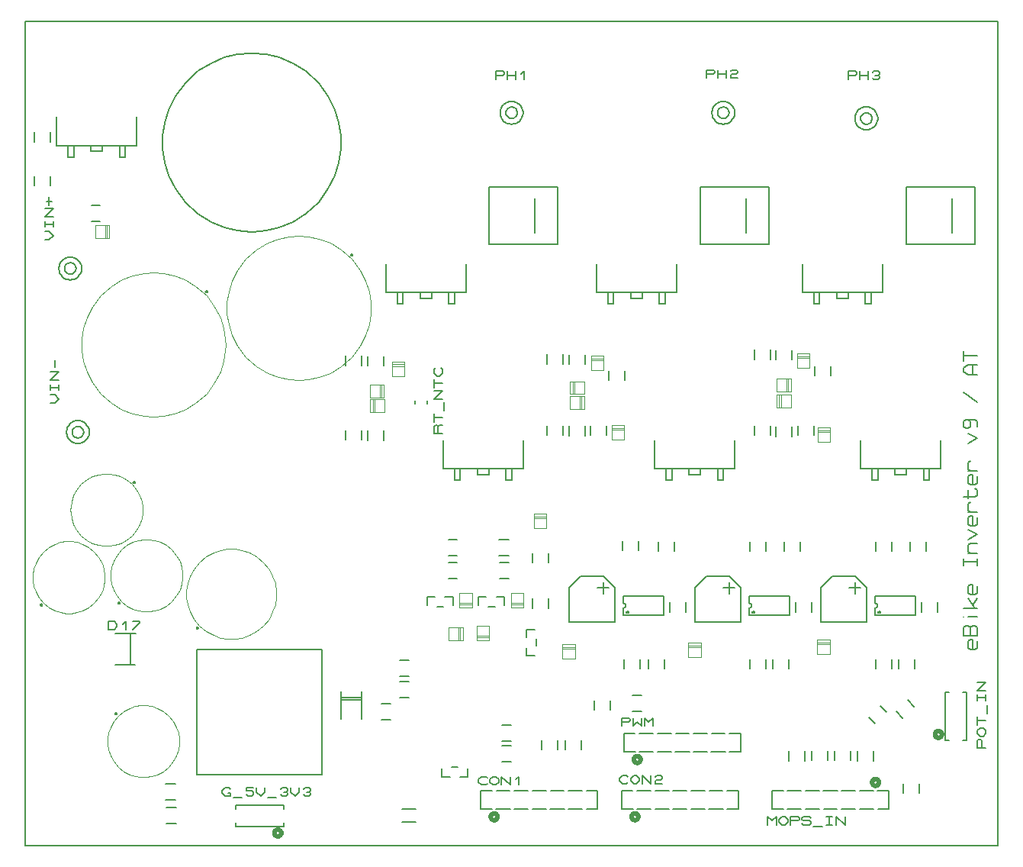
<source format=gbr>
G04 PROTEUS RS274X GERBER FILE*
%FSLAX45Y45*%
%MOMM*%
G01*
%ADD41C,0.203200*%
%ADD50C,0.200000*%
%ADD51C,0.101600*%
%ADD11C,0.508000*%
%ADD52C,0.152400*%
%ADD53C,0.120000*%
D41*
X-1079500Y-6413500D02*
X+9715500Y-6413500D01*
X+9715500Y+2730500D01*
X-1079500Y+2730500D01*
X-1079500Y-6413500D01*
X+6413500Y+254000D02*
X+7175500Y+254000D01*
X+7175500Y+889000D01*
X+6413500Y+889000D01*
X+6413500Y+254000D01*
X+6921500Y+762000D02*
X+6921500Y+381000D01*
X+8699500Y+254000D02*
X+9461500Y+254000D01*
X+9461500Y+889000D01*
X+8699500Y+889000D01*
X+8699500Y+254000D01*
X+9207500Y+762000D02*
X+9207500Y+381000D01*
X+4064000Y+254000D02*
X+4826000Y+254000D01*
X+4826000Y+889000D01*
X+4064000Y+889000D01*
X+4064000Y+254000D01*
X+4572000Y+762000D02*
X+4572000Y+381000D01*
X+4445000Y+1714500D02*
X+4444573Y+1724909D01*
X+4441101Y+1745728D01*
X+4433845Y+1766547D01*
X+4422017Y+1787366D01*
X+4403920Y+1808024D01*
X+4383101Y+1823545D01*
X+4362282Y+1833530D01*
X+4341463Y+1839314D01*
X+4320644Y+1841472D01*
X+4318000Y+1841500D01*
X+4191000Y+1714500D02*
X+4191427Y+1724909D01*
X+4194899Y+1745728D01*
X+4202155Y+1766547D01*
X+4213983Y+1787366D01*
X+4232080Y+1808024D01*
X+4252899Y+1823545D01*
X+4273718Y+1833530D01*
X+4294537Y+1839314D01*
X+4315356Y+1841472D01*
X+4318000Y+1841500D01*
X+4191000Y+1714500D02*
X+4191427Y+1704091D01*
X+4194899Y+1683272D01*
X+4202155Y+1662453D01*
X+4213983Y+1641634D01*
X+4232080Y+1620976D01*
X+4252899Y+1605455D01*
X+4273718Y+1595470D01*
X+4294537Y+1589686D01*
X+4315356Y+1587528D01*
X+4318000Y+1587500D01*
X+4445000Y+1714500D02*
X+4444573Y+1704091D01*
X+4441101Y+1683272D01*
X+4433845Y+1662453D01*
X+4422017Y+1641634D01*
X+4403920Y+1620976D01*
X+4383101Y+1605455D01*
X+4362282Y+1595470D01*
X+4341463Y+1589686D01*
X+4320644Y+1587528D01*
X+4318000Y+1587500D01*
X+4381500Y+1714500D02*
X+4381283Y+1719747D01*
X+4379518Y+1730242D01*
X+4375826Y+1740737D01*
X+4369798Y+1751232D01*
X+4360576Y+1761612D01*
X+4350081Y+1769300D01*
X+4339586Y+1774218D01*
X+4329091Y+1777024D01*
X+4318596Y+1777997D01*
X+4318000Y+1778000D01*
X+4254500Y+1714500D02*
X+4254717Y+1719747D01*
X+4256482Y+1730242D01*
X+4260174Y+1740737D01*
X+4266202Y+1751232D01*
X+4275424Y+1761612D01*
X+4285919Y+1769300D01*
X+4296414Y+1774218D01*
X+4306909Y+1777024D01*
X+4317404Y+1777997D01*
X+4318000Y+1778000D01*
X+4254500Y+1714500D02*
X+4254717Y+1709253D01*
X+4256482Y+1698758D01*
X+4260174Y+1688263D01*
X+4266202Y+1677768D01*
X+4275424Y+1667388D01*
X+4285919Y+1659700D01*
X+4296414Y+1654782D01*
X+4306909Y+1651976D01*
X+4317404Y+1651003D01*
X+4318000Y+1651000D01*
X+4381500Y+1714500D02*
X+4381283Y+1709253D01*
X+4379518Y+1698758D01*
X+4375826Y+1688263D01*
X+4369798Y+1677768D01*
X+4360576Y+1667388D01*
X+4350081Y+1659700D01*
X+4339586Y+1654782D01*
X+4329091Y+1651976D01*
X+4318596Y+1651003D01*
X+4318000Y+1651000D01*
X+4140200Y+2085340D02*
X+4140200Y+2176780D01*
X+4219575Y+2176780D01*
X+4235450Y+2161540D01*
X+4235450Y+2146300D01*
X+4219575Y+2131060D01*
X+4140200Y+2131060D01*
X+4267200Y+2085340D02*
X+4267200Y+2176780D01*
X+4362450Y+2176780D02*
X+4362450Y+2085340D01*
X+4267200Y+2131060D02*
X+4362450Y+2131060D01*
X+4425950Y+2146300D02*
X+4457700Y+2176780D01*
X+4457700Y+2085340D01*
X+6794500Y+1714500D02*
X+6794073Y+1724909D01*
X+6790601Y+1745728D01*
X+6783345Y+1766547D01*
X+6771517Y+1787366D01*
X+6753420Y+1808024D01*
X+6732601Y+1823545D01*
X+6711782Y+1833530D01*
X+6690963Y+1839314D01*
X+6670144Y+1841472D01*
X+6667500Y+1841500D01*
X+6540500Y+1714500D02*
X+6540927Y+1724909D01*
X+6544399Y+1745728D01*
X+6551655Y+1766547D01*
X+6563483Y+1787366D01*
X+6581580Y+1808024D01*
X+6602399Y+1823545D01*
X+6623218Y+1833530D01*
X+6644037Y+1839314D01*
X+6664856Y+1841472D01*
X+6667500Y+1841500D01*
X+6540500Y+1714500D02*
X+6540927Y+1704091D01*
X+6544399Y+1683272D01*
X+6551655Y+1662453D01*
X+6563483Y+1641634D01*
X+6581580Y+1620976D01*
X+6602399Y+1605455D01*
X+6623218Y+1595470D01*
X+6644037Y+1589686D01*
X+6664856Y+1587528D01*
X+6667500Y+1587500D01*
X+6794500Y+1714500D02*
X+6794073Y+1704091D01*
X+6790601Y+1683272D01*
X+6783345Y+1662453D01*
X+6771517Y+1641634D01*
X+6753420Y+1620976D01*
X+6732601Y+1605455D01*
X+6711782Y+1595470D01*
X+6690963Y+1589686D01*
X+6670144Y+1587528D01*
X+6667500Y+1587500D01*
X+6731000Y+1714500D02*
X+6730783Y+1719747D01*
X+6729018Y+1730242D01*
X+6725326Y+1740737D01*
X+6719298Y+1751232D01*
X+6710076Y+1761612D01*
X+6699581Y+1769300D01*
X+6689086Y+1774218D01*
X+6678591Y+1777024D01*
X+6668096Y+1777997D01*
X+6667500Y+1778000D01*
X+6604000Y+1714500D02*
X+6604217Y+1719747D01*
X+6605982Y+1730242D01*
X+6609674Y+1740737D01*
X+6615702Y+1751232D01*
X+6624924Y+1761612D01*
X+6635419Y+1769300D01*
X+6645914Y+1774218D01*
X+6656409Y+1777024D01*
X+6666904Y+1777997D01*
X+6667500Y+1778000D01*
X+6604000Y+1714500D02*
X+6604217Y+1709253D01*
X+6605982Y+1698758D01*
X+6609674Y+1688263D01*
X+6615702Y+1677768D01*
X+6624924Y+1667388D01*
X+6635419Y+1659700D01*
X+6645914Y+1654782D01*
X+6656409Y+1651976D01*
X+6666904Y+1651003D01*
X+6667500Y+1651000D01*
X+6731000Y+1714500D02*
X+6730783Y+1709253D01*
X+6729018Y+1698758D01*
X+6725326Y+1688263D01*
X+6719298Y+1677768D01*
X+6710076Y+1667388D01*
X+6699581Y+1659700D01*
X+6689086Y+1654782D01*
X+6678591Y+1651976D01*
X+6668096Y+1651003D01*
X+6667500Y+1651000D01*
X+6477000Y+2098040D02*
X+6477000Y+2189480D01*
X+6556375Y+2189480D01*
X+6572250Y+2174240D01*
X+6572250Y+2159000D01*
X+6556375Y+2143760D01*
X+6477000Y+2143760D01*
X+6604000Y+2098040D02*
X+6604000Y+2189480D01*
X+6699250Y+2189480D02*
X+6699250Y+2098040D01*
X+6604000Y+2143760D02*
X+6699250Y+2143760D01*
X+6746875Y+2174240D02*
X+6762750Y+2189480D01*
X+6810375Y+2189480D01*
X+6826250Y+2174240D01*
X+6826250Y+2159000D01*
X+6810375Y+2143760D01*
X+6762750Y+2143760D01*
X+6746875Y+2128520D01*
X+6746875Y+2098040D01*
X+6826250Y+2098040D01*
X+8382000Y+1651000D02*
X+8381573Y+1661409D01*
X+8378101Y+1682228D01*
X+8370845Y+1703047D01*
X+8359017Y+1723866D01*
X+8340920Y+1744524D01*
X+8320101Y+1760045D01*
X+8299282Y+1770030D01*
X+8278463Y+1775814D01*
X+8257644Y+1777972D01*
X+8255000Y+1778000D01*
X+8128000Y+1651000D02*
X+8128427Y+1661409D01*
X+8131899Y+1682228D01*
X+8139155Y+1703047D01*
X+8150983Y+1723866D01*
X+8169080Y+1744524D01*
X+8189899Y+1760045D01*
X+8210718Y+1770030D01*
X+8231537Y+1775814D01*
X+8252356Y+1777972D01*
X+8255000Y+1778000D01*
X+8128000Y+1651000D02*
X+8128427Y+1640591D01*
X+8131899Y+1619772D01*
X+8139155Y+1598953D01*
X+8150983Y+1578134D01*
X+8169080Y+1557476D01*
X+8189899Y+1541955D01*
X+8210718Y+1531970D01*
X+8231537Y+1526186D01*
X+8252356Y+1524028D01*
X+8255000Y+1524000D01*
X+8382000Y+1651000D02*
X+8381573Y+1640591D01*
X+8378101Y+1619772D01*
X+8370845Y+1598953D01*
X+8359017Y+1578134D01*
X+8340920Y+1557476D01*
X+8320101Y+1541955D01*
X+8299282Y+1531970D01*
X+8278463Y+1526186D01*
X+8257644Y+1524028D01*
X+8255000Y+1524000D01*
X+8318500Y+1651000D02*
X+8318283Y+1656247D01*
X+8316518Y+1666742D01*
X+8312826Y+1677237D01*
X+8306798Y+1687732D01*
X+8297576Y+1698112D01*
X+8287081Y+1705800D01*
X+8276586Y+1710718D01*
X+8266091Y+1713524D01*
X+8255596Y+1714497D01*
X+8255000Y+1714500D01*
X+8191500Y+1651000D02*
X+8191717Y+1656247D01*
X+8193482Y+1666742D01*
X+8197174Y+1677237D01*
X+8203202Y+1687732D01*
X+8212424Y+1698112D01*
X+8222919Y+1705800D01*
X+8233414Y+1710718D01*
X+8243909Y+1713524D01*
X+8254404Y+1714497D01*
X+8255000Y+1714500D01*
X+8191500Y+1651000D02*
X+8191717Y+1645753D01*
X+8193482Y+1635258D01*
X+8197174Y+1624763D01*
X+8203202Y+1614268D01*
X+8212424Y+1603888D01*
X+8222919Y+1596200D01*
X+8233414Y+1591282D01*
X+8243909Y+1588476D01*
X+8254404Y+1587503D01*
X+8255000Y+1587500D01*
X+8318500Y+1651000D02*
X+8318283Y+1645753D01*
X+8316518Y+1635258D01*
X+8312826Y+1624763D01*
X+8306798Y+1614268D01*
X+8297576Y+1603888D01*
X+8287081Y+1596200D01*
X+8276586Y+1591282D01*
X+8266091Y+1588476D01*
X+8255596Y+1587503D01*
X+8255000Y+1587500D01*
X+8051800Y+2085340D02*
X+8051800Y+2176780D01*
X+8131175Y+2176780D01*
X+8147050Y+2161540D01*
X+8147050Y+2146300D01*
X+8131175Y+2131060D01*
X+8051800Y+2131060D01*
X+8178800Y+2085340D02*
X+8178800Y+2176780D01*
X+8274050Y+2176780D02*
X+8274050Y+2085340D01*
X+8178800Y+2131060D02*
X+8274050Y+2131060D01*
X+8321675Y+2161540D02*
X+8337550Y+2176780D01*
X+8385175Y+2176780D01*
X+8401050Y+2161540D01*
X+8401050Y+2146300D01*
X+8385175Y+2131060D01*
X+8401050Y+2115820D01*
X+8401050Y+2100580D01*
X+8385175Y+2085340D01*
X+8337550Y+2085340D01*
X+8321675Y+2100580D01*
X+8353425Y+2131060D02*
X+8385175Y+2131060D01*
D50*
X+2475400Y-976100D02*
X+2475400Y-1086100D01*
X+2655400Y-976100D02*
X+2655400Y-1086100D01*
X+2475400Y-1809500D02*
X+2475400Y-1909500D01*
X+2655400Y-1809500D02*
X+2655400Y-1909500D01*
D41*
X+825500Y-5626100D02*
X+2209800Y-5626100D01*
X+2209800Y-4241800D01*
X+825500Y-4241800D01*
X+825500Y-5626100D01*
X+2425700Y-4772600D02*
X+2654300Y-4772600D01*
X+2654300Y-4798000D02*
X+2425700Y-4798000D01*
X+2425700Y-5013900D02*
X+2425700Y-4709100D01*
X+2654300Y-5013900D02*
X+2654300Y-4709100D01*
D50*
X+482842Y-6168500D02*
X+592842Y-6168500D01*
X+482842Y-5988500D02*
X+592842Y-5988500D01*
X+3179500Y-4355000D02*
X+3079500Y-4355000D01*
X+3179500Y-4535000D02*
X+3079500Y-4535000D01*
D41*
X-368300Y-1828800D02*
X-368727Y-1818391D01*
X-372199Y-1797572D01*
X-379455Y-1776753D01*
X-391283Y-1755934D01*
X-409380Y-1735276D01*
X-430199Y-1719755D01*
X-451018Y-1709770D01*
X-471837Y-1703986D01*
X-492656Y-1701828D01*
X-495300Y-1701800D01*
X-622300Y-1828800D02*
X-621873Y-1818391D01*
X-618401Y-1797572D01*
X-611145Y-1776753D01*
X-599317Y-1755934D01*
X-581220Y-1735276D01*
X-560401Y-1719755D01*
X-539582Y-1709770D01*
X-518763Y-1703986D01*
X-497944Y-1701828D01*
X-495300Y-1701800D01*
X-622300Y-1828800D02*
X-621873Y-1839209D01*
X-618401Y-1860028D01*
X-611145Y-1880847D01*
X-599317Y-1901666D01*
X-581220Y-1922324D01*
X-560401Y-1937845D01*
X-539582Y-1947830D01*
X-518763Y-1953614D01*
X-497944Y-1955772D01*
X-495300Y-1955800D01*
X-368300Y-1828800D02*
X-368727Y-1839209D01*
X-372199Y-1860028D01*
X-379455Y-1880847D01*
X-391283Y-1901666D01*
X-409380Y-1922324D01*
X-430199Y-1937845D01*
X-451018Y-1947830D01*
X-471837Y-1953614D01*
X-492656Y-1955772D01*
X-495300Y-1955800D01*
X-431800Y-1828800D02*
X-432017Y-1823553D01*
X-433782Y-1813058D01*
X-437474Y-1802563D01*
X-443502Y-1792068D01*
X-452724Y-1781688D01*
X-463219Y-1774000D01*
X-473714Y-1769082D01*
X-484209Y-1766276D01*
X-494704Y-1765303D01*
X-495300Y-1765300D01*
X-558800Y-1828800D02*
X-558583Y-1823553D01*
X-556818Y-1813058D01*
X-553126Y-1802563D01*
X-547098Y-1792068D01*
X-537876Y-1781688D01*
X-527381Y-1774000D01*
X-516886Y-1769082D01*
X-506391Y-1766276D01*
X-495896Y-1765303D01*
X-495300Y-1765300D01*
X-558800Y-1828800D02*
X-558583Y-1834047D01*
X-556818Y-1844542D01*
X-553126Y-1855037D01*
X-547098Y-1865532D01*
X-537876Y-1875912D01*
X-527381Y-1883600D01*
X-516886Y-1888518D01*
X-506391Y-1891324D01*
X-495896Y-1892297D01*
X-495300Y-1892300D01*
X-431800Y-1828800D02*
X-432017Y-1834047D01*
X-433782Y-1844542D01*
X-437474Y-1855037D01*
X-443502Y-1865532D01*
X-452724Y-1875912D01*
X-463219Y-1883600D01*
X-473714Y-1888518D01*
X-484209Y-1891324D01*
X-494704Y-1892297D01*
X-495300Y-1892300D01*
X-800099Y-1506371D02*
X-754379Y-1506371D01*
X-708659Y-1458746D01*
X-754379Y-1411121D01*
X-800099Y-1411121D01*
X-800099Y-1363496D02*
X-800099Y-1299996D01*
X-800099Y-1331746D02*
X-708659Y-1331746D01*
X-708659Y-1363496D02*
X-708659Y-1299996D01*
X-708659Y-1252371D02*
X-800099Y-1252371D01*
X-708659Y-1157121D01*
X-800099Y-1157121D01*
X-754379Y-1109496D02*
X-754379Y-1030121D01*
X-453503Y-12700D02*
X-453930Y-2291D01*
X-457402Y+18528D01*
X-464658Y+39347D01*
X-476486Y+60166D01*
X-494583Y+80824D01*
X-515402Y+96345D01*
X-536221Y+106330D01*
X-557040Y+112114D01*
X-577859Y+114272D01*
X-580503Y+114300D01*
X-707503Y-12700D02*
X-707076Y-2291D01*
X-703604Y+18528D01*
X-696348Y+39347D01*
X-684520Y+60166D01*
X-666423Y+80824D01*
X-645604Y+96345D01*
X-624785Y+106330D01*
X-603966Y+112114D01*
X-583147Y+114272D01*
X-580503Y+114300D01*
X-707503Y-12700D02*
X-707076Y-23109D01*
X-703604Y-43928D01*
X-696348Y-64747D01*
X-684520Y-85566D01*
X-666423Y-106224D01*
X-645604Y-121745D01*
X-624785Y-131730D01*
X-603966Y-137514D01*
X-583147Y-139672D01*
X-580503Y-139700D01*
X-453503Y-12700D02*
X-453930Y-23109D01*
X-457402Y-43928D01*
X-464658Y-64747D01*
X-476486Y-85566D01*
X-494583Y-106224D01*
X-515402Y-121745D01*
X-536221Y-131730D01*
X-557040Y-137514D01*
X-577859Y-139672D01*
X-580503Y-139700D01*
X-517003Y-12700D02*
X-517220Y-7453D01*
X-518985Y+3042D01*
X-522677Y+13537D01*
X-528705Y+24032D01*
X-537927Y+34412D01*
X-548422Y+42100D01*
X-558917Y+47018D01*
X-569412Y+49824D01*
X-579907Y+50797D01*
X-580503Y+50800D01*
X-644003Y-12700D02*
X-643786Y-7453D01*
X-642021Y+3042D01*
X-638329Y+13537D01*
X-632301Y+24032D01*
X-623079Y+34412D01*
X-612584Y+42100D01*
X-602089Y+47018D01*
X-591594Y+49824D01*
X-581099Y+50797D01*
X-580503Y+50800D01*
X-644003Y-12700D02*
X-643786Y-17947D01*
X-642021Y-28442D01*
X-638329Y-38937D01*
X-632301Y-49432D01*
X-623079Y-59812D01*
X-612584Y-67500D01*
X-602089Y-72418D01*
X-591594Y-75224D01*
X-581099Y-76197D01*
X-580503Y-76200D01*
X-517003Y-12700D02*
X-517220Y-17947D01*
X-518985Y-28442D01*
X-522677Y-38937D01*
X-528705Y-49432D01*
X-537927Y-59812D01*
X-548422Y-67500D01*
X-558917Y-72418D01*
X-569412Y-75224D01*
X-579907Y-76197D01*
X-580503Y-76200D01*
X-862443Y+304800D02*
X-816723Y+304800D01*
X-771003Y+352425D01*
X-816723Y+400050D01*
X-862443Y+400050D01*
X-862443Y+447675D02*
X-862443Y+511175D01*
X-862443Y+479425D02*
X-771003Y+479425D01*
X-771003Y+447675D02*
X-771003Y+511175D01*
X-771003Y+558800D02*
X-862443Y+558800D01*
X-771003Y+654050D01*
X-862443Y+654050D01*
X-816723Y+685800D02*
X-816723Y+781050D01*
X-847203Y+733425D02*
X-786243Y+733425D01*
D50*
X+2716700Y-1809500D02*
X+2716700Y-1919500D01*
X+2896700Y-1809500D02*
X+2896700Y-1919500D01*
X+5942500Y-3043500D02*
X+5942500Y-3143500D01*
X+6122500Y-3043500D02*
X+6122500Y-3143500D01*
X+2716700Y-986100D02*
X+2716700Y-1086100D01*
X+2896700Y-986100D02*
X+2896700Y-1086100D01*
X+5548800Y-3041400D02*
X+5548800Y-3141400D01*
X+5728800Y-3041400D02*
X+5728800Y-3141400D01*
D41*
X+5554980Y-3860800D02*
X+5554980Y-3779838D01*
X+5565601Y-3777756D01*
X+5574167Y-3772036D01*
X+5579886Y-3763471D01*
X+5581968Y-3752850D01*
X+5554980Y-3725862D02*
X+5565601Y-3727944D01*
X+5574167Y-3733664D01*
X+5579886Y-3742229D01*
X+5581968Y-3752850D01*
X+5554980Y-3725862D02*
X+5554980Y-3644900D01*
X+6002020Y-3784600D02*
X+6002020Y-3721100D01*
X+5588000Y-3860800D02*
X+5969000Y-3860800D01*
X+5588000Y-3644900D02*
X+5969000Y-3644900D01*
X+5588000Y-3860800D02*
X+5554980Y-3860800D01*
X+5554980Y-3644900D02*
X+5588000Y-3644900D01*
X+6002020Y-3721100D02*
X+6002020Y-3644900D01*
X+5969000Y-3644900D01*
X+5969000Y-3860800D02*
X+6002020Y-3860800D01*
X+6002020Y-3784600D01*
X+5614416Y-3825240D02*
X+5614381Y-3824395D01*
X+5614094Y-3822704D01*
X+5613495Y-3821013D01*
X+5612515Y-3819322D01*
X+5611015Y-3817654D01*
X+5609324Y-3816434D01*
X+5607633Y-3815658D01*
X+5605942Y-3815221D01*
X+5604256Y-3815080D01*
X+5594096Y-3825240D02*
X+5594131Y-3824395D01*
X+5594418Y-3822704D01*
X+5595017Y-3821013D01*
X+5595997Y-3819322D01*
X+5597497Y-3817654D01*
X+5599188Y-3816434D01*
X+5600879Y-3815658D01*
X+5602570Y-3815221D01*
X+5604256Y-3815080D01*
X+5594096Y-3825240D02*
X+5594131Y-3826085D01*
X+5594418Y-3827776D01*
X+5595017Y-3829467D01*
X+5595997Y-3831158D01*
X+5597497Y-3832826D01*
X+5599188Y-3834046D01*
X+5600879Y-3834822D01*
X+5602570Y-3835259D01*
X+5604256Y-3835400D01*
X+5614416Y-3825240D02*
X+5614381Y-3826085D01*
X+5614094Y-3827776D01*
X+5613495Y-3829467D01*
X+5612515Y-3831158D01*
X+5611015Y-3832826D01*
X+5609324Y-3834046D01*
X+5607633Y-3834822D01*
X+5605942Y-3835259D01*
X+5604256Y-3835400D01*
X+6951980Y-3860800D02*
X+6951980Y-3779838D01*
X+6962601Y-3777756D01*
X+6971167Y-3772036D01*
X+6976886Y-3763471D01*
X+6978968Y-3752850D01*
X+6951980Y-3725862D02*
X+6962601Y-3727944D01*
X+6971167Y-3733664D01*
X+6976886Y-3742229D01*
X+6978968Y-3752850D01*
X+6951980Y-3725862D02*
X+6951980Y-3644900D01*
X+7399020Y-3784600D02*
X+7399020Y-3721100D01*
X+6985000Y-3860800D02*
X+7366000Y-3860800D01*
X+6985000Y-3644900D02*
X+7366000Y-3644900D01*
X+6985000Y-3860800D02*
X+6951980Y-3860800D01*
X+6951980Y-3644900D02*
X+6985000Y-3644900D01*
X+7399020Y-3721100D02*
X+7399020Y-3644900D01*
X+7366000Y-3644900D01*
X+7366000Y-3860800D02*
X+7399020Y-3860800D01*
X+7399020Y-3784600D01*
X+7011416Y-3825240D02*
X+7011381Y-3824395D01*
X+7011094Y-3822704D01*
X+7010495Y-3821013D01*
X+7009515Y-3819322D01*
X+7008015Y-3817654D01*
X+7006324Y-3816434D01*
X+7004633Y-3815658D01*
X+7002942Y-3815221D01*
X+7001256Y-3815080D01*
X+6991096Y-3825240D02*
X+6991131Y-3824395D01*
X+6991418Y-3822704D01*
X+6992017Y-3821013D01*
X+6992997Y-3819322D01*
X+6994497Y-3817654D01*
X+6996188Y-3816434D01*
X+6997879Y-3815658D01*
X+6999570Y-3815221D01*
X+7001256Y-3815080D01*
X+6991096Y-3825240D02*
X+6991131Y-3826085D01*
X+6991418Y-3827776D01*
X+6992017Y-3829467D01*
X+6992997Y-3831158D01*
X+6994497Y-3832826D01*
X+6996188Y-3834046D01*
X+6997879Y-3834822D01*
X+6999570Y-3835259D01*
X+7001256Y-3835400D01*
X+7011416Y-3825240D02*
X+7011381Y-3826085D01*
X+7011094Y-3827776D01*
X+7010495Y-3829467D01*
X+7009515Y-3831158D01*
X+7008015Y-3832826D01*
X+7006324Y-3834046D01*
X+7004633Y-3834822D01*
X+7002942Y-3835259D01*
X+7001256Y-3835400D01*
X+8348980Y-3860800D02*
X+8348980Y-3779838D01*
X+8359601Y-3777756D01*
X+8368167Y-3772036D01*
X+8373886Y-3763471D01*
X+8375968Y-3752850D01*
X+8348980Y-3725862D02*
X+8359601Y-3727944D01*
X+8368167Y-3733664D01*
X+8373886Y-3742229D01*
X+8375968Y-3752850D01*
X+8348980Y-3725862D02*
X+8348980Y-3644900D01*
X+8796020Y-3784600D02*
X+8796020Y-3721100D01*
X+8382000Y-3860800D02*
X+8763000Y-3860800D01*
X+8382000Y-3644900D02*
X+8763000Y-3644900D01*
X+8382000Y-3860800D02*
X+8348980Y-3860800D01*
X+8348980Y-3644900D02*
X+8382000Y-3644900D01*
X+8796020Y-3721100D02*
X+8796020Y-3644900D01*
X+8763000Y-3644900D01*
X+8763000Y-3860800D02*
X+8796020Y-3860800D01*
X+8796020Y-3784600D01*
X+8408416Y-3825240D02*
X+8408381Y-3824395D01*
X+8408094Y-3822704D01*
X+8407495Y-3821013D01*
X+8406515Y-3819322D01*
X+8405015Y-3817654D01*
X+8403324Y-3816434D01*
X+8401633Y-3815658D01*
X+8399942Y-3815221D01*
X+8398256Y-3815080D01*
X+8388096Y-3825240D02*
X+8388131Y-3824395D01*
X+8388418Y-3822704D01*
X+8389017Y-3821013D01*
X+8389997Y-3819322D01*
X+8391497Y-3817654D01*
X+8393188Y-3816434D01*
X+8394879Y-3815658D01*
X+8396570Y-3815221D01*
X+8398256Y-3815080D01*
X+8388096Y-3825240D02*
X+8388131Y-3826085D01*
X+8388418Y-3827776D01*
X+8389017Y-3829467D01*
X+8389997Y-3831158D01*
X+8391497Y-3832826D01*
X+8393188Y-3834046D01*
X+8394879Y-3834822D01*
X+8396570Y-3835259D01*
X+8398256Y-3835400D01*
X+8408416Y-3825240D02*
X+8408381Y-3826085D01*
X+8408094Y-3827776D01*
X+8407495Y-3829467D01*
X+8406515Y-3831158D01*
X+8405015Y-3832826D01*
X+8403324Y-3834046D01*
X+8401633Y-3834822D01*
X+8399942Y-3835259D01*
X+8398256Y-3835400D01*
D50*
X+6958500Y-3043500D02*
X+6958500Y-3143500D01*
X+7138500Y-3043500D02*
X+7138500Y-3143500D01*
D41*
X+5461000Y-3556000D02*
X+5334000Y-3429000D01*
X+5080000Y-3429000D01*
X+4953000Y-3556000D01*
X+4953000Y-3937000D01*
X+5461000Y-3937000D01*
X+5461000Y-3556000D01*
X+5334000Y-3492500D02*
X+5334000Y-3619500D01*
X+5397500Y-3556000D02*
X+5270500Y-3556000D01*
X+6858000Y-3556000D02*
X+6731000Y-3429000D01*
X+6477000Y-3429000D01*
X+6350000Y-3556000D01*
X+6350000Y-3937000D01*
X+6858000Y-3937000D01*
X+6858000Y-3556000D01*
X+6731000Y-3492500D02*
X+6731000Y-3619500D01*
X+6794500Y-3556000D02*
X+6667500Y-3556000D01*
X+8255000Y-3556000D02*
X+8128000Y-3429000D01*
X+7874000Y-3429000D01*
X+7747000Y-3556000D01*
X+7747000Y-3937000D01*
X+8255000Y-3937000D01*
X+8255000Y-3556000D01*
X+8128000Y-3492500D02*
X+8128000Y-3619500D01*
X+8191500Y-3556000D02*
X+8064500Y-3556000D01*
D51*
X+5023000Y-4213960D02*
X+4883000Y-4213960D01*
X+5023000Y-4233960D02*
X+4883000Y-4233960D01*
X+4883000Y-4343960D02*
X+5023000Y-4343960D01*
X+5023000Y-4183960D01*
X+4883000Y-4183960D01*
X+4883000Y-4343960D01*
X+6420000Y-4194910D02*
X+6280000Y-4194910D01*
X+6420000Y-4214910D02*
X+6280000Y-4214910D01*
X+6280000Y-4324910D02*
X+6420000Y-4324910D01*
X+6420000Y-4164910D01*
X+6280000Y-4164910D01*
X+6280000Y-4324910D01*
X+7848750Y-4163160D02*
X+7708750Y-4163160D01*
X+7848750Y-4183160D02*
X+7708750Y-4183160D01*
X+7708750Y-4293160D02*
X+7848750Y-4293160D01*
X+7848750Y-4133160D01*
X+7708750Y-4133160D01*
X+7708750Y-4293160D01*
D50*
X+6069500Y-3714500D02*
X+6069500Y-3824500D01*
X+6249500Y-3714500D02*
X+6249500Y-3824500D01*
X+7466500Y-3714500D02*
X+7466500Y-3824500D01*
X+7646500Y-3714500D02*
X+7646500Y-3824500D01*
X+8863500Y-3714500D02*
X+8863500Y-3824500D01*
X+9043500Y-3714500D02*
X+9043500Y-3824500D01*
X+7339500Y-3043500D02*
X+7339500Y-3143500D01*
X+7519500Y-3043500D02*
X+7519500Y-3143500D01*
X+8355500Y-3043500D02*
X+8355500Y-3143500D01*
X+8535500Y-3043500D02*
X+8535500Y-3143500D01*
X+8736500Y-3043500D02*
X+8736500Y-3143500D01*
X+8916500Y-3043500D02*
X+8916500Y-3143500D01*
X+5741500Y-4449500D02*
X+5741500Y-4349500D01*
X+5561500Y-4449500D02*
X+5561500Y-4349500D01*
X+6013000Y-4449500D02*
X+6013000Y-4349500D01*
X+5833000Y-4449500D02*
X+5833000Y-4349500D01*
X+7138500Y-4449500D02*
X+7138500Y-4349500D01*
X+6958500Y-4449500D02*
X+6958500Y-4349500D01*
X+5396400Y-1149100D02*
X+5396400Y-1249100D01*
X+5576400Y-1149100D02*
X+5576400Y-1249100D01*
X+4710600Y-1760062D02*
X+4710600Y-1860062D01*
X+4890600Y-1760062D02*
X+4890600Y-1860062D01*
X+5193200Y-1758700D02*
X+5193200Y-1858700D01*
X+5373200Y-1758700D02*
X+5373200Y-1858700D01*
X+4951900Y-970562D02*
X+4951900Y-1070562D01*
X+5131900Y-970562D02*
X+5131900Y-1070562D01*
X+4710600Y-962662D02*
X+4710600Y-1072662D01*
X+4890600Y-962662D02*
X+4890600Y-1072662D01*
X+4951900Y-1757962D02*
X+4951900Y-1867962D01*
X+5131900Y-1757962D02*
X+5131900Y-1867962D01*
X+7189300Y-1022600D02*
X+7189300Y-912600D01*
X+7009300Y-1022600D02*
X+7009300Y-912600D01*
X+7250600Y-1763500D02*
X+7250600Y-1873500D01*
X+7430600Y-1763500D02*
X+7430600Y-1873500D01*
X+7682400Y-1098300D02*
X+7682400Y-1198300D01*
X+7862400Y-1098300D02*
X+7862400Y-1198300D01*
X+7009300Y-1760800D02*
X+7009300Y-1860800D01*
X+7189300Y-1760800D02*
X+7189300Y-1860800D01*
X+7491900Y-1758700D02*
X+7491900Y-1858700D01*
X+7671900Y-1758700D02*
X+7671900Y-1858700D01*
X+7250600Y-920500D02*
X+7250600Y-1020500D01*
X+7430600Y-920500D02*
X+7430600Y-1020500D01*
D41*
X+3667760Y-3655060D02*
X+3578860Y-3655060D01*
X+3561080Y-3766820D02*
X+3489960Y-3766820D01*
X+3667760Y-3655060D02*
X+3667760Y-3746500D01*
X+3378200Y-3749040D02*
X+3378200Y-3655060D01*
X+3464560Y-3655060D01*
X+4239260Y-3655060D02*
X+4150360Y-3655060D01*
X+4132580Y-3766820D02*
X+4061460Y-3766820D01*
X+4239260Y-3655060D02*
X+4239260Y-3746500D01*
X+3949700Y-3749040D02*
X+3949700Y-3655060D01*
X+4036060Y-3655060D01*
X+4480560Y-4015740D02*
X+4480560Y-4104640D01*
X+4592320Y-4122420D02*
X+4592320Y-4193540D01*
X+4480560Y-4015740D02*
X+4572000Y-4015740D01*
X+4574540Y-4305300D02*
X+4480560Y-4305300D01*
X+4480560Y-4218940D01*
D51*
X+3740000Y-3742590D02*
X+3880000Y-3742590D01*
X+3740000Y-3722590D02*
X+3880000Y-3722590D01*
X+3740000Y-3772590D02*
X+3880000Y-3772590D01*
X+3880000Y-3612590D01*
X+3740000Y-3612590D01*
X+3740000Y-3772590D01*
X+3748940Y-4134000D02*
X+3748940Y-3994000D01*
X+3728940Y-4134000D02*
X+3728940Y-3994000D01*
X+3618940Y-4134000D02*
X+3778940Y-4134000D01*
X+3778940Y-3994000D01*
X+3618940Y-3994000D01*
X+3618940Y-4134000D01*
X+4311500Y-3742590D02*
X+4451500Y-3742590D01*
X+4311500Y-3722590D02*
X+4451500Y-3722590D01*
X+4311500Y-3772590D02*
X+4451500Y-3772590D01*
X+4451500Y-3612590D01*
X+4311500Y-3612590D01*
X+4311500Y-3772590D01*
X+3930500Y-4104540D02*
X+4070500Y-4104540D01*
X+3930500Y-4084540D02*
X+4070500Y-4084540D01*
X+3930500Y-4134540D02*
X+4070500Y-4134540D01*
X+4070500Y-3974540D01*
X+3930500Y-3974540D01*
X+3930500Y-4134540D01*
D50*
X+3615000Y-3455500D02*
X+3715000Y-3455500D01*
X+3615000Y-3275500D02*
X+3715000Y-3275500D01*
X+3615000Y-3201500D02*
X+3715000Y-3201500D01*
X+3615000Y-3021500D02*
X+3715000Y-3021500D01*
X+4286500Y-3275500D02*
X+4186500Y-3275500D01*
X+4286500Y-3455500D02*
X+4186500Y-3455500D01*
X+4545500Y-3170500D02*
X+4545500Y-3270500D01*
X+4725500Y-3170500D02*
X+4725500Y-3270500D01*
X+4725500Y-3778500D02*
X+4725500Y-3668500D01*
X+4545500Y-3778500D02*
X+4545500Y-3668500D01*
X+4286500Y-3021500D02*
X+4176500Y-3021500D01*
X+4286500Y-3201500D02*
X+4176500Y-3201500D01*
X+8789500Y-4449500D02*
X+8789500Y-4349500D01*
X+8609500Y-4449500D02*
X+8609500Y-4349500D01*
X+8335500Y-5475500D02*
X+8335500Y-5365500D01*
X+8155500Y-5475500D02*
X+8155500Y-5365500D01*
X+7573500Y-5475499D02*
X+7573500Y-5365499D01*
X+7393500Y-5475499D02*
X+7393500Y-5365499D01*
D11*
X+9093200Y-5181500D02*
X+9093069Y-5178342D01*
X+9092003Y-5172024D01*
X+9089772Y-5165706D01*
X+9086127Y-5159388D01*
X+9080552Y-5153149D01*
X+9074234Y-5148553D01*
X+9067916Y-5145620D01*
X+9061598Y-5143958D01*
X+9055280Y-5143400D01*
X+9055100Y-5143400D01*
X+9017000Y-5181500D02*
X+9017131Y-5178342D01*
X+9018197Y-5172024D01*
X+9020428Y-5165706D01*
X+9024073Y-5159388D01*
X+9029648Y-5153149D01*
X+9035966Y-5148553D01*
X+9042284Y-5145620D01*
X+9048602Y-5143958D01*
X+9054920Y-5143400D01*
X+9055100Y-5143400D01*
X+9017000Y-5181500D02*
X+9017131Y-5184658D01*
X+9018197Y-5190976D01*
X+9020428Y-5197294D01*
X+9024073Y-5203612D01*
X+9029648Y-5209851D01*
X+9035966Y-5214447D01*
X+9042284Y-5217380D01*
X+9048602Y-5219042D01*
X+9054920Y-5219600D01*
X+9055100Y-5219600D01*
X+9093200Y-5181500D02*
X+9093069Y-5184658D01*
X+9092003Y-5190976D01*
X+9089772Y-5197294D01*
X+9086127Y-5203612D01*
X+9080552Y-5209851D01*
X+9074234Y-5214447D01*
X+9067916Y-5217380D01*
X+9061598Y-5219042D01*
X+9055280Y-5219600D01*
X+9055100Y-5219600D01*
D52*
X+9126220Y-4711650D02*
X+9126220Y-5251350D01*
X+9169735Y-5251350D01*
X+9364980Y-5251350D02*
X+9364980Y-4711650D01*
X+9321465Y-4711650D01*
X+9169735Y-4711650D02*
X+9126220Y-4711650D01*
X+9321465Y-5251350D02*
X+9364980Y-5251350D01*
D41*
X+9580070Y-5330417D02*
X+9488630Y-5330417D01*
X+9488630Y-5251042D01*
X+9503870Y-5235167D01*
X+9519110Y-5235167D01*
X+9534350Y-5251042D01*
X+9534350Y-5330417D01*
X+9519110Y-5203417D02*
X+9488630Y-5171667D01*
X+9488630Y-5139917D01*
X+9519110Y-5108167D01*
X+9549590Y-5108167D01*
X+9580070Y-5139917D01*
X+9580070Y-5171667D01*
X+9549590Y-5203417D01*
X+9519110Y-5203417D01*
X+9488630Y-5076417D02*
X+9488630Y-4981167D01*
X+9488630Y-5028792D02*
X+9580070Y-5028792D01*
X+9595310Y-4949417D02*
X+9595310Y-4854167D01*
X+9488630Y-4806542D02*
X+9488630Y-4743042D01*
X+9488630Y-4774792D02*
X+9580070Y-4774792D01*
X+9580070Y-4806542D02*
X+9580070Y-4743042D01*
X+9580070Y-4695417D02*
X+9488630Y-4695417D01*
X+9580070Y-4600167D01*
X+9488630Y-4600167D01*
D50*
X+7392500Y-4449500D02*
X+7392500Y-4349500D01*
X+7212500Y-4449500D02*
X+7212500Y-4349500D01*
X+8535500Y-4449500D02*
X+8535500Y-4349500D01*
X+8355500Y-4449500D02*
X+8355500Y-4349500D01*
X+8663500Y-5730301D02*
X+8663500Y-5830301D01*
X+8843500Y-5730301D02*
X+8843500Y-5830301D01*
X+7901500Y-5365500D02*
X+7901500Y-5465500D01*
X+8081500Y-5365500D02*
X+8081500Y-5465500D01*
X+7647500Y-5365500D02*
X+7647500Y-5465500D01*
X+7827500Y-5365500D02*
X+7827500Y-5465500D01*
D11*
X+8394600Y-5715000D02*
X+8394469Y-5711842D01*
X+8393403Y-5705524D01*
X+8391172Y-5699206D01*
X+8387527Y-5692888D01*
X+8381952Y-5686649D01*
X+8375634Y-5682053D01*
X+8369316Y-5679120D01*
X+8362998Y-5677458D01*
X+8356680Y-5676900D01*
X+8356500Y-5676900D01*
X+8318400Y-5715000D02*
X+8318531Y-5711842D01*
X+8319597Y-5705524D01*
X+8321828Y-5699206D01*
X+8325473Y-5692888D01*
X+8331048Y-5686649D01*
X+8337366Y-5682053D01*
X+8343684Y-5679120D01*
X+8350002Y-5677458D01*
X+8356320Y-5676900D01*
X+8356500Y-5676900D01*
X+8318400Y-5715000D02*
X+8318531Y-5718158D01*
X+8319597Y-5724476D01*
X+8321828Y-5730794D01*
X+8325473Y-5737112D01*
X+8331048Y-5743351D01*
X+8337366Y-5747947D01*
X+8343684Y-5750880D01*
X+8350002Y-5752542D01*
X+8356320Y-5753100D01*
X+8356500Y-5753100D01*
X+8394600Y-5715000D02*
X+8394469Y-5718158D01*
X+8393403Y-5724476D01*
X+8391172Y-5730794D01*
X+8387527Y-5737112D01*
X+8381952Y-5743351D01*
X+8375634Y-5747947D01*
X+8369316Y-5750880D01*
X+8362998Y-5752542D01*
X+8356680Y-5753100D01*
X+8356500Y-5753100D01*
D52*
X+8505470Y-5804840D02*
X+8378907Y-5804840D01*
X+7207530Y-5804840D02*
X+7207530Y-6005500D01*
X+7331309Y-6005500D01*
X+8505470Y-6005500D02*
X+8505470Y-5804840D01*
X+7334093Y-5804840D02*
X+7207530Y-5804840D01*
X+7381691Y-6005500D02*
X+7531309Y-6005500D01*
X+7534093Y-5804840D02*
X+7378907Y-5804840D01*
X+7581691Y-6005500D02*
X+7731309Y-6005500D01*
X+7734093Y-5804840D02*
X+7578907Y-5804840D01*
X+7781691Y-6005500D02*
X+7931309Y-6005500D01*
X+7934093Y-5804840D02*
X+7778907Y-5804840D01*
X+7981691Y-6005500D02*
X+8131309Y-6005500D01*
X+8134093Y-5804840D02*
X+7978907Y-5804840D01*
X+8181691Y-6005500D02*
X+8331309Y-6005500D01*
X+8381691Y-6005500D02*
X+8505470Y-6005500D01*
X+8334093Y-5804840D02*
X+8178907Y-5804840D01*
D41*
X+7160134Y-6185840D02*
X+7160134Y-6094400D01*
X+7207759Y-6140120D01*
X+7255384Y-6094400D01*
X+7255384Y-6185840D01*
X+7287134Y-6124880D02*
X+7318884Y-6094400D01*
X+7350634Y-6094400D01*
X+7382384Y-6124880D01*
X+7382384Y-6155360D01*
X+7350634Y-6185840D01*
X+7318884Y-6185840D01*
X+7287134Y-6155360D01*
X+7287134Y-6124880D01*
X+7414134Y-6185840D02*
X+7414134Y-6094400D01*
X+7493509Y-6094400D01*
X+7509384Y-6109640D01*
X+7509384Y-6124880D01*
X+7493509Y-6140120D01*
X+7414134Y-6140120D01*
X+7541134Y-6170600D02*
X+7557009Y-6185840D01*
X+7620509Y-6185840D01*
X+7636384Y-6170600D01*
X+7636384Y-6155360D01*
X+7620509Y-6140120D01*
X+7557009Y-6140120D01*
X+7541134Y-6124880D01*
X+7541134Y-6109640D01*
X+7557009Y-6094400D01*
X+7620509Y-6094400D01*
X+7636384Y-6109640D01*
X+7668134Y-6201080D02*
X+7763384Y-6201080D01*
X+7811009Y-6094400D02*
X+7874509Y-6094400D01*
X+7842759Y-6094400D02*
X+7842759Y-6185840D01*
X+7811009Y-6185840D02*
X+7874509Y-6185840D01*
X+7922134Y-6185840D02*
X+7922134Y-6094400D01*
X+8017384Y-6185840D01*
X+8017384Y-6094400D01*
X+2427005Y+1383567D02*
X+2424305Y+1456704D01*
X+2402433Y+1602979D01*
X+2357135Y+1749254D01*
X+2284670Y+1895529D01*
X+2177123Y+2041804D01*
X+2033352Y+2174748D01*
X+1887077Y+2266510D01*
X+1740802Y+2327186D01*
X+1594527Y+2362573D01*
X+1448252Y+2375381D01*
X+1435104Y+2375468D01*
X+443203Y+1383567D02*
X+445903Y+1456704D01*
X+467775Y+1602979D01*
X+513073Y+1749254D01*
X+585538Y+1895529D01*
X+693085Y+2041804D01*
X+836856Y+2174748D01*
X+983131Y+2266510D01*
X+1129406Y+2327186D01*
X+1275681Y+2362573D01*
X+1421956Y+2375381D01*
X+1435104Y+2375468D01*
X+443203Y+1383567D02*
X+445903Y+1310430D01*
X+467775Y+1164155D01*
X+513073Y+1017880D01*
X+585538Y+871605D01*
X+693085Y+725330D01*
X+836856Y+592386D01*
X+983131Y+500624D01*
X+1129406Y+439948D01*
X+1275681Y+404561D01*
X+1421956Y+391753D01*
X+1435104Y+391666D01*
X+2427005Y+1383567D02*
X+2424305Y+1310430D01*
X+2402433Y+1164155D01*
X+2357135Y+1017880D01*
X+2284670Y+871605D01*
X+2177123Y+725330D01*
X+2033352Y+592386D01*
X+1887077Y+500624D01*
X+1740802Y+439948D01*
X+1594527Y+404561D01*
X+1448252Y+391753D01*
X+1435104Y+391666D01*
D53*
X+2755800Y-451200D02*
X+2753522Y-390868D01*
X+2735056Y-270203D01*
X+2696745Y-149538D01*
X+2635241Y-28873D01*
X+2543303Y+91792D01*
X+2423514Y+197833D01*
X+2302849Y+269603D01*
X+2182184Y+316101D01*
X+2061519Y+341784D01*
X+1955800Y+348800D01*
X+1155800Y-451200D02*
X+1158078Y-390868D01*
X+1176544Y-270203D01*
X+1214855Y-149538D01*
X+1276359Y-28873D01*
X+1368297Y+91792D01*
X+1488086Y+197833D01*
X+1608751Y+269603D01*
X+1729416Y+316101D01*
X+1850081Y+341784D01*
X+1955800Y+348800D01*
X+1155800Y-451200D02*
X+1158078Y-511532D01*
X+1176544Y-632197D01*
X+1214855Y-752862D01*
X+1276359Y-873527D01*
X+1368297Y-994192D01*
X+1488086Y-1100233D01*
X+1608751Y-1172003D01*
X+1729416Y-1218501D01*
X+1850081Y-1244184D01*
X+1955800Y-1251200D01*
X+2755800Y-451200D02*
X+2753522Y-511532D01*
X+2735056Y-632197D01*
X+2696745Y-752862D01*
X+2635241Y-873527D01*
X+2543303Y-994192D01*
X+2423514Y-1100233D01*
X+2302849Y-1172003D01*
X+2182184Y-1218501D01*
X+2061519Y-1244184D01*
X+1955800Y-1251200D01*
D50*
X+2553800Y+136800D02*
X+2553765Y+137631D01*
X+2553484Y+139295D01*
X+2552894Y+140959D01*
X+2551930Y+142623D01*
X+2550455Y+144264D01*
X+2548791Y+145465D01*
X+2547127Y+146230D01*
X+2545463Y+146661D01*
X+2543800Y+146800D01*
X+2533800Y+136800D02*
X+2533835Y+137631D01*
X+2534116Y+139295D01*
X+2534706Y+140959D01*
X+2535670Y+142623D01*
X+2537145Y+144264D01*
X+2538809Y+145465D01*
X+2540473Y+146230D01*
X+2542137Y+146661D01*
X+2543800Y+146800D01*
X+2533800Y+136800D02*
X+2533835Y+135969D01*
X+2534116Y+134305D01*
X+2534706Y+132641D01*
X+2535670Y+130977D01*
X+2537145Y+129336D01*
X+2538809Y+128135D01*
X+2540473Y+127370D01*
X+2542137Y+126939D01*
X+2543800Y+126800D01*
X+2553800Y+136800D02*
X+2553765Y+135969D01*
X+2553484Y+134305D01*
X+2552894Y+132641D01*
X+2551930Y+130977D01*
X+2550455Y+129336D01*
X+2548791Y+128135D01*
X+2547127Y+127370D01*
X+2545463Y+126939D01*
X+2543800Y+126800D01*
D53*
X+1142900Y-857600D02*
X+1140622Y-797268D01*
X+1122156Y-676603D01*
X+1083845Y-555938D01*
X+1022341Y-435273D01*
X+930403Y-314608D01*
X+810614Y-208567D01*
X+689949Y-136797D01*
X+569284Y-90299D01*
X+448619Y-64616D01*
X+342900Y-57600D01*
X-457100Y-857600D02*
X-454822Y-797268D01*
X-436356Y-676603D01*
X-398045Y-555938D01*
X-336541Y-435273D01*
X-244603Y-314608D01*
X-124814Y-208567D01*
X-4149Y-136797D01*
X+116516Y-90299D01*
X+237181Y-64616D01*
X+342900Y-57600D01*
X-457100Y-857600D02*
X-454822Y-917932D01*
X-436356Y-1038597D01*
X-398045Y-1159262D01*
X-336541Y-1279927D01*
X-244603Y-1400592D01*
X-124814Y-1506633D01*
X-4149Y-1578403D01*
X+116516Y-1624901D01*
X+237181Y-1650584D01*
X+342900Y-1657600D01*
X+1142900Y-857600D02*
X+1140622Y-917932D01*
X+1122156Y-1038597D01*
X+1083845Y-1159262D01*
X+1022341Y-1279927D01*
X+930403Y-1400592D01*
X+810614Y-1506633D01*
X+689949Y-1578403D01*
X+569284Y-1624901D01*
X+448619Y-1650584D01*
X+342900Y-1657600D01*
D50*
X+940900Y-269600D02*
X+940865Y-268769D01*
X+940584Y-267105D01*
X+939994Y-265441D01*
X+939030Y-263777D01*
X+937555Y-262136D01*
X+935891Y-260935D01*
X+934227Y-260170D01*
X+932563Y-259739D01*
X+930900Y-259600D01*
X+920900Y-269600D02*
X+920935Y-268769D01*
X+921216Y-267105D01*
X+921806Y-265441D01*
X+922770Y-263777D01*
X+924245Y-262136D01*
X+925909Y-260935D01*
X+927573Y-260170D01*
X+929237Y-259739D01*
X+930900Y-259600D01*
X+920900Y-269600D02*
X+920935Y-270431D01*
X+921216Y-272095D01*
X+921806Y-273759D01*
X+922770Y-275423D01*
X+924245Y-277064D01*
X+925909Y-278265D01*
X+927573Y-279030D01*
X+929237Y-279461D01*
X+930900Y-279600D01*
X+940900Y-269600D02*
X+940865Y-270431D01*
X+940584Y-272095D01*
X+939994Y-273759D01*
X+939030Y-275423D01*
X+937555Y-277064D01*
X+935891Y-278265D01*
X+934227Y-279030D01*
X+932563Y-279461D01*
X+930900Y-279600D01*
D11*
X+4162600Y-6096000D02*
X+4162469Y-6092842D01*
X+4161403Y-6086524D01*
X+4159172Y-6080206D01*
X+4155527Y-6073888D01*
X+4149952Y-6067649D01*
X+4143634Y-6063053D01*
X+4137316Y-6060120D01*
X+4130998Y-6058458D01*
X+4124680Y-6057900D01*
X+4124500Y-6057900D01*
X+4086400Y-6096000D02*
X+4086531Y-6092842D01*
X+4087597Y-6086524D01*
X+4089828Y-6080206D01*
X+4093473Y-6073888D01*
X+4099048Y-6067649D01*
X+4105366Y-6063053D01*
X+4111684Y-6060120D01*
X+4118002Y-6058458D01*
X+4124320Y-6057900D01*
X+4124500Y-6057900D01*
X+4086400Y-6096000D02*
X+4086531Y-6099158D01*
X+4087597Y-6105476D01*
X+4089828Y-6111794D01*
X+4093473Y-6118112D01*
X+4099048Y-6124351D01*
X+4105366Y-6128947D01*
X+4111684Y-6131880D01*
X+4118002Y-6133542D01*
X+4124320Y-6134100D01*
X+4124500Y-6134100D01*
X+4162600Y-6096000D02*
X+4162469Y-6099158D01*
X+4161403Y-6105476D01*
X+4159172Y-6111794D01*
X+4155527Y-6118112D01*
X+4149952Y-6124351D01*
X+4143634Y-6128947D01*
X+4137316Y-6131880D01*
X+4130998Y-6133542D01*
X+4124680Y-6134100D01*
X+4124500Y-6134100D01*
D52*
X+3975530Y-6006160D02*
X+4102093Y-6006160D01*
X+5273470Y-6006160D02*
X+5273470Y-5805500D01*
X+5149691Y-5805500D01*
X+3975530Y-5805500D02*
X+3975530Y-6006160D01*
X+5146907Y-6006160D02*
X+5273470Y-6006160D01*
X+5099309Y-5805500D02*
X+4949691Y-5805500D01*
X+4946907Y-6006160D02*
X+5102093Y-6006160D01*
X+4899309Y-5805500D02*
X+4749691Y-5805500D01*
X+4746907Y-6006160D02*
X+4902093Y-6006160D01*
X+4699309Y-5805500D02*
X+4549691Y-5805500D01*
X+4546907Y-6006160D02*
X+4702093Y-6006160D01*
X+4499309Y-5805500D02*
X+4349691Y-5805500D01*
X+4346907Y-6006160D02*
X+4502093Y-6006160D01*
X+4299309Y-5805500D02*
X+4149691Y-5805500D01*
X+4099309Y-5805500D02*
X+3975530Y-5805500D01*
X+4146907Y-6006160D02*
X+4302093Y-6006160D01*
D41*
X+4046650Y-5726760D02*
X+4030775Y-5742000D01*
X+3983150Y-5742000D01*
X+3951400Y-5711520D01*
X+3951400Y-5681040D01*
X+3983150Y-5650560D01*
X+4030775Y-5650560D01*
X+4046650Y-5665800D01*
X+4078400Y-5681040D02*
X+4110150Y-5650560D01*
X+4141900Y-5650560D01*
X+4173650Y-5681040D01*
X+4173650Y-5711520D01*
X+4141900Y-5742000D01*
X+4110150Y-5742000D01*
X+4078400Y-5711520D01*
X+4078400Y-5681040D01*
X+4205400Y-5742000D02*
X+4205400Y-5650560D01*
X+4300650Y-5742000D01*
X+4300650Y-5650560D01*
X+4364150Y-5681040D02*
X+4395900Y-5650560D01*
X+4395900Y-5742000D01*
D11*
X+5724600Y-6096000D02*
X+5724469Y-6092842D01*
X+5723403Y-6086524D01*
X+5721172Y-6080206D01*
X+5717527Y-6073888D01*
X+5711952Y-6067649D01*
X+5705634Y-6063053D01*
X+5699316Y-6060120D01*
X+5692998Y-6058458D01*
X+5686680Y-6057900D01*
X+5686500Y-6057900D01*
X+5648400Y-6096000D02*
X+5648531Y-6092842D01*
X+5649597Y-6086524D01*
X+5651828Y-6080206D01*
X+5655473Y-6073888D01*
X+5661048Y-6067649D01*
X+5667366Y-6063053D01*
X+5673684Y-6060120D01*
X+5680002Y-6058458D01*
X+5686320Y-6057900D01*
X+5686500Y-6057900D01*
X+5648400Y-6096000D02*
X+5648531Y-6099158D01*
X+5649597Y-6105476D01*
X+5651828Y-6111794D01*
X+5655473Y-6118112D01*
X+5661048Y-6124351D01*
X+5667366Y-6128947D01*
X+5673684Y-6131880D01*
X+5680002Y-6133542D01*
X+5686320Y-6134100D01*
X+5686500Y-6134100D01*
X+5724600Y-6096000D02*
X+5724469Y-6099158D01*
X+5723403Y-6105476D01*
X+5721172Y-6111794D01*
X+5717527Y-6118112D01*
X+5711952Y-6124351D01*
X+5705634Y-6128947D01*
X+5699316Y-6131880D01*
X+5692998Y-6133542D01*
X+5686680Y-6134100D01*
X+5686500Y-6134100D01*
D52*
X+5537530Y-6006160D02*
X+5664093Y-6006160D01*
X+6835470Y-6006160D02*
X+6835470Y-5805500D01*
X+6711691Y-5805500D01*
X+5537530Y-5805500D02*
X+5537530Y-6006160D01*
X+6708907Y-6006160D02*
X+6835470Y-6006160D01*
X+6661309Y-5805500D02*
X+6511691Y-5805500D01*
X+6508907Y-6006160D02*
X+6664093Y-6006160D01*
X+6461309Y-5805500D02*
X+6311691Y-5805500D01*
X+6308907Y-6006160D02*
X+6464093Y-6006160D01*
X+6261309Y-5805500D02*
X+6111691Y-5805500D01*
X+6108907Y-6006160D02*
X+6264093Y-6006160D01*
X+6061309Y-5805500D02*
X+5911691Y-5805500D01*
X+5908907Y-6006160D02*
X+6064093Y-6006160D01*
X+5861309Y-5805500D02*
X+5711691Y-5805500D01*
X+5661309Y-5805500D02*
X+5537530Y-5805500D01*
X+5708907Y-6006160D02*
X+5864093Y-6006160D01*
D41*
X+5608650Y-5714060D02*
X+5592775Y-5729300D01*
X+5545150Y-5729300D01*
X+5513400Y-5698820D01*
X+5513400Y-5668340D01*
X+5545150Y-5637860D01*
X+5592775Y-5637860D01*
X+5608650Y-5653100D01*
X+5640400Y-5668340D02*
X+5672150Y-5637860D01*
X+5703900Y-5637860D01*
X+5735650Y-5668340D01*
X+5735650Y-5698820D01*
X+5703900Y-5729300D01*
X+5672150Y-5729300D01*
X+5640400Y-5698820D01*
X+5640400Y-5668340D01*
X+5767400Y-5729300D02*
X+5767400Y-5637860D01*
X+5862650Y-5729300D01*
X+5862650Y-5637860D01*
X+5910275Y-5653100D02*
X+5926150Y-5637860D01*
X+5973775Y-5637860D01*
X+5989650Y-5653100D01*
X+5989650Y-5668340D01*
X+5973775Y-5683580D01*
X+5926150Y-5683580D01*
X+5910275Y-5698820D01*
X+5910275Y-5729300D01*
X+5989650Y-5729300D01*
D11*
X+5750100Y-5461000D02*
X+5749969Y-5457842D01*
X+5748903Y-5451524D01*
X+5746672Y-5445206D01*
X+5743027Y-5438888D01*
X+5737452Y-5432649D01*
X+5731134Y-5428053D01*
X+5724816Y-5425120D01*
X+5718498Y-5423458D01*
X+5712180Y-5422900D01*
X+5712000Y-5422900D01*
X+5673900Y-5461000D02*
X+5674031Y-5457842D01*
X+5675097Y-5451524D01*
X+5677328Y-5445206D01*
X+5680973Y-5438888D01*
X+5686548Y-5432649D01*
X+5692866Y-5428053D01*
X+5699184Y-5425120D01*
X+5705502Y-5423458D01*
X+5711820Y-5422900D01*
X+5712000Y-5422900D01*
X+5673900Y-5461000D02*
X+5674031Y-5464158D01*
X+5675097Y-5470476D01*
X+5677328Y-5476794D01*
X+5680973Y-5483112D01*
X+5686548Y-5489351D01*
X+5692866Y-5493947D01*
X+5699184Y-5496880D01*
X+5705502Y-5498542D01*
X+5711820Y-5499100D01*
X+5712000Y-5499100D01*
X+5750100Y-5461000D02*
X+5749969Y-5464158D01*
X+5748903Y-5470476D01*
X+5746672Y-5476794D01*
X+5743027Y-5483112D01*
X+5737452Y-5489351D01*
X+5731134Y-5493947D01*
X+5724816Y-5496880D01*
X+5718498Y-5498542D01*
X+5712180Y-5499100D01*
X+5712000Y-5499100D01*
D52*
X+5563030Y-5371160D02*
X+5689593Y-5371160D01*
X+6860970Y-5371160D02*
X+6860970Y-5170500D01*
X+6737191Y-5170500D01*
X+5563030Y-5170500D02*
X+5563030Y-5371160D01*
X+6734407Y-5371160D02*
X+6860970Y-5371160D01*
X+6686809Y-5170500D02*
X+6537191Y-5170500D01*
X+6534407Y-5371160D02*
X+6689593Y-5371160D01*
X+6486809Y-5170500D02*
X+6337191Y-5170500D01*
X+6334407Y-5371160D02*
X+6489593Y-5371160D01*
X+6286809Y-5170500D02*
X+6137191Y-5170500D01*
X+6134407Y-5371160D02*
X+6289593Y-5371160D01*
X+6086809Y-5170500D02*
X+5937191Y-5170500D01*
X+5934407Y-5371160D02*
X+6089593Y-5371160D01*
X+5886809Y-5170500D02*
X+5737191Y-5170500D01*
X+5686809Y-5170500D02*
X+5563030Y-5170500D01*
X+5734407Y-5371160D02*
X+5889593Y-5371160D01*
D41*
X+5538900Y-5089165D02*
X+5538900Y-4997725D01*
X+5618275Y-4997725D01*
X+5634150Y-5012965D01*
X+5634150Y-5028205D01*
X+5618275Y-5043445D01*
X+5538900Y-5043445D01*
X+5665900Y-4997725D02*
X+5665900Y-5089165D01*
X+5713525Y-5043445D01*
X+5761150Y-5089165D01*
X+5761150Y-4997725D01*
X+5792900Y-5089165D02*
X+5792900Y-4997725D01*
X+5840525Y-5043445D01*
X+5888150Y-4997725D01*
X+5888150Y-5089165D01*
D11*
X+1761085Y-6276892D02*
X+1760954Y-6273734D01*
X+1759888Y-6267416D01*
X+1757657Y-6261098D01*
X+1754012Y-6254780D01*
X+1748437Y-6248541D01*
X+1742119Y-6243945D01*
X+1735801Y-6241012D01*
X+1729483Y-6239350D01*
X+1723165Y-6238792D01*
X+1722985Y-6238792D01*
X+1684885Y-6276892D02*
X+1685016Y-6273734D01*
X+1686082Y-6267416D01*
X+1688313Y-6261098D01*
X+1691958Y-6254780D01*
X+1697533Y-6248541D01*
X+1703851Y-6243945D01*
X+1710169Y-6241012D01*
X+1716487Y-6239350D01*
X+1722805Y-6238792D01*
X+1722985Y-6238792D01*
X+1684885Y-6276892D02*
X+1685016Y-6280050D01*
X+1686082Y-6286368D01*
X+1688313Y-6292686D01*
X+1691958Y-6299004D01*
X+1697533Y-6305243D01*
X+1703851Y-6309839D01*
X+1710169Y-6312772D01*
X+1716487Y-6314434D01*
X+1722805Y-6314992D01*
X+1722985Y-6314992D01*
X+1761085Y-6276892D02*
X+1760954Y-6280050D01*
X+1759888Y-6286368D01*
X+1757657Y-6292686D01*
X+1754012Y-6299004D01*
X+1748437Y-6305243D01*
X+1742119Y-6309839D01*
X+1735801Y-6312772D01*
X+1729483Y-6314434D01*
X+1723165Y-6314992D01*
X+1722985Y-6314992D01*
D52*
X+1253135Y-6205772D02*
X+1792835Y-6205772D01*
X+1792835Y-6162257D01*
X+1792835Y-5967012D02*
X+1253135Y-5967012D01*
X+1253135Y-6010527D01*
X+1253135Y-6162257D02*
X+1253135Y-6205772D01*
X+1792835Y-6010527D02*
X+1792835Y-5967012D01*
D41*
X+1167385Y-5834932D02*
X+1199135Y-5834932D01*
X+1199135Y-5865412D01*
X+1135635Y-5865412D01*
X+1103885Y-5834932D01*
X+1103885Y-5804452D01*
X+1135635Y-5773972D01*
X+1183260Y-5773972D01*
X+1199135Y-5789212D01*
X+1230885Y-5880652D02*
X+1326135Y-5880652D01*
X+1453135Y-5773972D02*
X+1373760Y-5773972D01*
X+1373760Y-5804452D01*
X+1437260Y-5804452D01*
X+1453135Y-5819692D01*
X+1453135Y-5850172D01*
X+1437260Y-5865412D01*
X+1389635Y-5865412D01*
X+1373760Y-5850172D01*
X+1484885Y-5773972D02*
X+1484885Y-5819692D01*
X+1532510Y-5865412D01*
X+1580135Y-5819692D01*
X+1580135Y-5773972D01*
X+1611885Y-5880652D02*
X+1707135Y-5880652D01*
X+1754760Y-5789212D02*
X+1770635Y-5773972D01*
X+1818260Y-5773972D01*
X+1834135Y-5789212D01*
X+1834135Y-5804452D01*
X+1818260Y-5819692D01*
X+1834135Y-5834932D01*
X+1834135Y-5850172D01*
X+1818260Y-5865412D01*
X+1770635Y-5865412D01*
X+1754760Y-5850172D01*
X+1786510Y-5819692D02*
X+1818260Y-5819692D01*
X+1865885Y-5773972D02*
X+1865885Y-5819692D01*
X+1913510Y-5865412D01*
X+1961135Y-5819692D01*
X+1961135Y-5773972D01*
X+2008760Y-5789212D02*
X+2024635Y-5773972D01*
X+2072260Y-5773972D01*
X+2088135Y-5789212D01*
X+2088135Y-5804452D01*
X+2072260Y-5819692D01*
X+2088135Y-5834932D01*
X+2088135Y-5850172D01*
X+2072260Y-5865412D01*
X+2024635Y-5865412D01*
X+2008760Y-5850172D01*
X+2040510Y-5819692D02*
X+2072260Y-5819692D01*
D53*
X+1706500Y-3623500D02*
X+1704969Y-3584400D01*
X+1692546Y-3506199D01*
X+1666694Y-3427998D01*
X+1624934Y-3349797D01*
X+1561695Y-3271596D01*
X+1483502Y-3207243D01*
X+1405301Y-3164721D01*
X+1327100Y-3138262D01*
X+1248899Y-3125301D01*
X+1206500Y-3123500D01*
X+706500Y-3623500D02*
X+708031Y-3584400D01*
X+720454Y-3506199D01*
X+746306Y-3427998D01*
X+788066Y-3349797D01*
X+851305Y-3271596D01*
X+929498Y-3207243D01*
X+1007699Y-3164721D01*
X+1085900Y-3138262D01*
X+1164101Y-3125301D01*
X+1206500Y-3123500D01*
X+706500Y-3623500D02*
X+708031Y-3662600D01*
X+720454Y-3740801D01*
X+746306Y-3819002D01*
X+788066Y-3897203D01*
X+851305Y-3975404D01*
X+929498Y-4039757D01*
X+1007699Y-4082279D01*
X+1085900Y-4108738D01*
X+1164101Y-4121699D01*
X+1206500Y-4123500D01*
X+1706500Y-3623500D02*
X+1704969Y-3662600D01*
X+1692546Y-3740801D01*
X+1666694Y-3819002D01*
X+1624934Y-3897203D01*
X+1561695Y-3975404D01*
X+1483502Y-4039757D01*
X+1405301Y-4082279D01*
X+1327100Y-4108738D01*
X+1248899Y-4121699D01*
X+1206500Y-4123500D01*
D50*
X+840500Y-3999500D02*
X+840465Y-3998669D01*
X+840184Y-3997005D01*
X+839594Y-3995341D01*
X+838630Y-3993677D01*
X+837155Y-3992036D01*
X+835491Y-3990835D01*
X+833827Y-3990070D01*
X+832163Y-3989639D01*
X+830500Y-3989500D01*
X+820500Y-3999500D02*
X+820535Y-3998669D01*
X+820816Y-3997005D01*
X+821406Y-3995341D01*
X+822370Y-3993677D01*
X+823845Y-3992036D01*
X+825509Y-3990835D01*
X+827173Y-3990070D01*
X+828837Y-3989639D01*
X+830500Y-3989500D01*
X+820500Y-3999500D02*
X+820535Y-4000331D01*
X+820816Y-4001995D01*
X+821406Y-4003659D01*
X+822370Y-4005323D01*
X+823845Y-4006964D01*
X+825509Y-4008165D01*
X+827173Y-4008930D01*
X+828837Y-4009361D01*
X+830500Y-4009500D01*
X+840500Y-3999500D02*
X+840465Y-4000331D01*
X+840184Y-4001995D01*
X+839594Y-4003659D01*
X+838630Y-4005323D01*
X+837155Y-4006964D01*
X+835491Y-4008165D01*
X+833827Y-4008930D01*
X+832163Y-4009361D01*
X+830500Y-4009500D01*
X+3244700Y-1480119D02*
X+3244700Y-1510119D01*
X+3384700Y-1480119D02*
X+3384700Y-1510119D01*
D41*
X+3548370Y-1844369D02*
X+3456930Y-1844369D01*
X+3456930Y-1764994D01*
X+3472170Y-1749119D01*
X+3487410Y-1749119D01*
X+3502650Y-1764994D01*
X+3502650Y-1844369D01*
X+3502650Y-1764994D02*
X+3517890Y-1749119D01*
X+3548370Y-1749119D01*
X+3456930Y-1717369D02*
X+3456930Y-1622119D01*
X+3456930Y-1669744D02*
X+3548370Y-1669744D01*
X+3563610Y-1590369D02*
X+3563610Y-1495119D01*
X+3548370Y-1463369D02*
X+3456930Y-1463369D01*
X+3548370Y-1368119D01*
X+3456930Y-1368119D01*
X+3456930Y-1336369D02*
X+3456930Y-1241119D01*
X+3456930Y-1288744D02*
X+3548370Y-1288744D01*
X+3533130Y-1114119D02*
X+3548370Y-1129994D01*
X+3548370Y-1177619D01*
X+3517890Y-1209369D01*
X+3487410Y-1209369D01*
X+3456930Y-1177619D01*
X+3456930Y-1129994D01*
X+3472170Y-1114119D01*
X+9436100Y-4241800D02*
X+9436100Y-4127500D01*
X+9410700Y-4127500D01*
X+9385300Y-4146550D01*
X+9385300Y-4222750D01*
X+9410700Y-4241800D01*
X+9461500Y-4241800D01*
X+9486900Y-4222750D01*
X+9486900Y-4146550D01*
X+9486900Y-4089400D02*
X+9334500Y-4089400D01*
X+9334500Y-3994150D01*
X+9359900Y-3975100D01*
X+9385300Y-3975100D01*
X+9410700Y-3994150D01*
X+9436100Y-3975100D01*
X+9461500Y-3975100D01*
X+9486900Y-3994150D01*
X+9486900Y-4089400D01*
X+9410700Y-4089400D02*
X+9410700Y-3994150D01*
X+9385300Y-3879850D02*
X+9486900Y-3879850D01*
X+9334500Y-3879850D02*
X+9334500Y-3879850D01*
X+9334500Y-3784600D02*
X+9486900Y-3784600D01*
X+9461500Y-3784600D02*
X+9385300Y-3670300D01*
X+9436100Y-3746500D02*
X+9486900Y-3670300D01*
X+9436100Y-3632200D02*
X+9436100Y-3517900D01*
X+9410700Y-3517900D01*
X+9385300Y-3536950D01*
X+9385300Y-3613150D01*
X+9410700Y-3632200D01*
X+9461500Y-3632200D01*
X+9486900Y-3613150D01*
X+9486900Y-3536950D01*
X+9334500Y-3308350D02*
X+9334500Y-3232150D01*
X+9334500Y-3270250D02*
X+9486900Y-3270250D01*
X+9486900Y-3308350D02*
X+9486900Y-3232150D01*
X+9486900Y-3175000D02*
X+9385300Y-3175000D01*
X+9410700Y-3175000D02*
X+9385300Y-3155950D01*
X+9385300Y-3079750D01*
X+9410700Y-3060700D01*
X+9486900Y-3060700D01*
X+9385300Y-3022600D02*
X+9486900Y-2965450D01*
X+9385300Y-2908300D01*
X+9436100Y-2870200D02*
X+9436100Y-2755900D01*
X+9410700Y-2755900D01*
X+9385300Y-2774950D01*
X+9385300Y-2851150D01*
X+9410700Y-2870200D01*
X+9461500Y-2870200D01*
X+9486900Y-2851150D01*
X+9486900Y-2774950D01*
X+9486900Y-2717800D02*
X+9385300Y-2717800D01*
X+9410700Y-2717800D02*
X+9385300Y-2698750D01*
X+9385300Y-2622550D01*
X+9410700Y-2603500D01*
X+9334500Y-2546350D02*
X+9461500Y-2546350D01*
X+9486900Y-2527300D01*
X+9486900Y-2470150D01*
X+9461500Y-2451100D01*
X+9385300Y-2565400D02*
X+9385300Y-2470150D01*
X+9436100Y-2413000D02*
X+9436100Y-2298700D01*
X+9410700Y-2298700D01*
X+9385300Y-2317750D01*
X+9385300Y-2393950D01*
X+9410700Y-2413000D01*
X+9461500Y-2413000D01*
X+9486900Y-2393950D01*
X+9486900Y-2317750D01*
X+9486900Y-2260600D02*
X+9385300Y-2260600D01*
X+9410700Y-2260600D02*
X+9385300Y-2241550D01*
X+9385300Y-2165350D01*
X+9410700Y-2146300D01*
X+9385300Y-1955800D02*
X+9486900Y-1898650D01*
X+9385300Y-1841500D01*
X+9385300Y-1689100D02*
X+9410700Y-1708150D01*
X+9410700Y-1765300D01*
X+9385300Y-1784350D01*
X+9359900Y-1784350D01*
X+9334500Y-1765300D01*
X+9334500Y-1708150D01*
X+9359900Y-1689100D01*
X+9461500Y-1689100D01*
X+9486900Y-1708150D01*
X+9486900Y-1765300D01*
X+9334500Y-1384300D02*
X+9486900Y-1498600D01*
X+9486900Y-1193800D02*
X+9385300Y-1193800D01*
X+9334500Y-1155700D01*
X+9334500Y-1117600D01*
X+9385300Y-1079500D01*
X+9486900Y-1079500D01*
X+9436100Y-1193800D02*
X+9436100Y-1079500D01*
X+9334500Y-1041400D02*
X+9334500Y-927100D01*
X+9334500Y-984250D02*
X+9486900Y-984250D01*
X+2921000Y+38100D02*
X+2921000Y-279400D01*
X+3810000Y-279400D01*
X+3810000Y+38100D01*
X+3048000Y-279400D02*
X+3048000Y-406400D01*
X+3111500Y-406400D02*
X+3111500Y-279400D01*
X+3048000Y-406400D02*
X+3111500Y-406400D01*
X+3302000Y-279400D02*
X+3302000Y-342900D01*
X+3429000Y-342900D01*
X+3429000Y-279400D01*
X+3619500Y-279400D02*
X+3619500Y-406400D01*
X+3683000Y-406400D01*
X+3683000Y-279400D01*
X+3556000Y-1917700D02*
X+3556000Y-2235200D01*
X+4445000Y-2235200D01*
X+4445000Y-1917700D01*
X+3683000Y-2235200D02*
X+3683000Y-2362200D01*
X+3746500Y-2362200D02*
X+3746500Y-2235200D01*
X+3683000Y-2362200D02*
X+3746500Y-2362200D01*
X+3937000Y-2235200D02*
X+3937000Y-2298700D01*
X+4064000Y-2298700D01*
X+4064000Y-2235200D01*
X+4254500Y-2235200D02*
X+4254500Y-2362200D01*
X+4318000Y-2362200D01*
X+4318000Y-2235200D01*
X+5257800Y+38100D02*
X+5257800Y-279400D01*
X+6146800Y-279400D01*
X+6146800Y+38100D01*
X+5384800Y-279400D02*
X+5384800Y-406400D01*
X+5448300Y-406400D02*
X+5448300Y-279400D01*
X+5384800Y-406400D02*
X+5448300Y-406400D01*
X+5638800Y-279400D02*
X+5638800Y-342900D01*
X+5765800Y-342900D01*
X+5765800Y-279400D01*
X+5956300Y-279400D02*
X+5956300Y-406400D01*
X+6019800Y-406400D01*
X+6019800Y-279400D01*
X+5905500Y-1917700D02*
X+5905500Y-2235200D01*
X+6794500Y-2235200D01*
X+6794500Y-1917700D01*
X+6032500Y-2235200D02*
X+6032500Y-2362200D01*
X+6096000Y-2362200D02*
X+6096000Y-2235200D01*
X+6032500Y-2362200D02*
X+6096000Y-2362200D01*
X+6286500Y-2235200D02*
X+6286500Y-2298700D01*
X+6413500Y-2298700D01*
X+6413500Y-2235200D01*
X+6604000Y-2235200D02*
X+6604000Y-2362200D01*
X+6667500Y-2362200D01*
X+6667500Y-2235200D01*
X+7543800Y+38100D02*
X+7543800Y-279400D01*
X+8432800Y-279400D01*
X+8432800Y+38100D01*
X+7670800Y-279400D02*
X+7670800Y-406400D01*
X+7734300Y-406400D02*
X+7734300Y-279400D01*
X+7670800Y-406400D02*
X+7734300Y-406400D01*
X+7924800Y-279400D02*
X+7924800Y-342900D01*
X+8051800Y-342900D01*
X+8051800Y-279400D01*
X+8242300Y-279400D02*
X+8242300Y-406400D01*
X+8305800Y-406400D01*
X+8305800Y-279400D01*
X+8191500Y-1917700D02*
X+8191500Y-2235200D01*
X+9080500Y-2235200D01*
X+9080500Y-1917700D01*
X+8318500Y-2235200D02*
X+8318500Y-2362200D01*
X+8382000Y-2362200D02*
X+8382000Y-2235200D01*
X+8318500Y-2362200D02*
X+8382000Y-2362200D01*
X+8572500Y-2235200D02*
X+8572500Y-2298700D01*
X+8699500Y-2298700D01*
X+8699500Y-2235200D01*
X+8890000Y-2235200D02*
X+8890000Y-2362200D01*
X+8953500Y-2362200D01*
X+8953500Y-2235200D01*
D50*
X+3179500Y-4596300D02*
X+3079500Y-4596300D01*
X+3179500Y-4776300D02*
X+3079500Y-4776300D01*
X+2876300Y-5017600D02*
X+2976300Y-5017600D01*
X+2876300Y-4837600D02*
X+2976300Y-4837600D01*
D53*
X+222200Y-2689600D02*
X+220944Y-2657930D01*
X+210752Y-2594589D01*
X+189521Y-2531248D01*
X+155145Y-2467907D01*
X+102851Y-2404582D01*
X+39510Y-2353778D01*
X-23831Y-2320420D01*
X-87172Y-2300002D01*
X-150513Y-2290532D01*
X-177800Y-2289600D01*
X-577800Y-2689600D02*
X-576544Y-2657930D01*
X-566352Y-2594589D01*
X-545121Y-2531248D01*
X-510745Y-2467907D01*
X-458451Y-2404582D01*
X-395110Y-2353778D01*
X-331769Y-2320420D01*
X-268428Y-2300002D01*
X-205087Y-2290532D01*
X-177800Y-2289600D01*
X-577800Y-2689600D02*
X-576544Y-2721270D01*
X-566352Y-2784611D01*
X-545121Y-2847952D01*
X-510745Y-2911293D01*
X-458451Y-2974618D01*
X-395110Y-3025422D01*
X-331769Y-3058780D01*
X-268428Y-3079198D01*
X-205087Y-3088668D01*
X-177800Y-3089600D01*
X+222200Y-2689600D02*
X+220944Y-2721270D01*
X+210752Y-2784611D01*
X+189521Y-2847952D01*
X+155145Y-2911293D01*
X+102851Y-2974618D01*
X+39510Y-3025422D01*
X-23831Y-3058780D01*
X-87172Y-3079198D01*
X-150513Y-3088668D01*
X-177800Y-3089600D01*
D50*
X+137200Y-2384600D02*
X+137165Y-2383769D01*
X+136884Y-2382105D01*
X+136294Y-2380441D01*
X+135330Y-2378777D01*
X+133855Y-2377136D01*
X+132191Y-2375935D01*
X+130527Y-2375170D01*
X+128863Y-2374739D01*
X+127200Y-2374600D01*
X+117200Y-2384600D02*
X+117235Y-2383769D01*
X+117516Y-2382105D01*
X+118106Y-2380441D01*
X+119070Y-2378777D01*
X+120545Y-2377136D01*
X+122209Y-2375935D01*
X+123873Y-2375170D01*
X+125537Y-2374739D01*
X+127200Y-2374600D01*
X+117200Y-2384600D02*
X+117235Y-2385431D01*
X+117516Y-2387095D01*
X+118106Y-2388759D01*
X+119070Y-2390423D01*
X+120545Y-2392064D01*
X+122209Y-2393265D01*
X+123873Y-2394030D01*
X+125537Y-2394461D01*
X+127200Y-2394600D01*
X+137200Y-2384600D02*
X+137165Y-2385431D01*
X+136884Y-2387095D01*
X+136294Y-2388759D01*
X+135330Y-2390423D01*
X+133855Y-2392064D01*
X+132191Y-2393265D01*
X+130527Y-2394030D01*
X+128863Y-2394461D01*
X+127200Y-2394600D01*
D53*
X-196900Y-3438900D02*
X-198156Y-3407230D01*
X-208348Y-3343889D01*
X-229579Y-3280548D01*
X-263955Y-3217207D01*
X-316249Y-3153882D01*
X-379590Y-3103078D01*
X-442931Y-3069720D01*
X-506272Y-3049302D01*
X-569613Y-3039832D01*
X-596900Y-3038900D01*
X-996900Y-3438900D02*
X-995644Y-3407230D01*
X-985452Y-3343889D01*
X-964221Y-3280548D01*
X-929845Y-3217207D01*
X-877551Y-3153882D01*
X-814210Y-3103078D01*
X-750869Y-3069720D01*
X-687528Y-3049302D01*
X-624187Y-3039832D01*
X-596900Y-3038900D01*
X-996900Y-3438900D02*
X-995644Y-3470570D01*
X-985452Y-3533911D01*
X-964221Y-3597252D01*
X-929845Y-3660593D01*
X-877551Y-3723918D01*
X-814210Y-3774722D01*
X-750869Y-3808080D01*
X-687528Y-3828498D01*
X-624187Y-3837968D01*
X-596900Y-3838900D01*
X-196900Y-3438900D02*
X-198156Y-3470570D01*
X-208348Y-3533911D01*
X-229579Y-3597252D01*
X-263955Y-3660593D01*
X-316249Y-3723918D01*
X-379590Y-3774722D01*
X-442931Y-3808080D01*
X-506272Y-3828498D01*
X-569613Y-3837968D01*
X-596900Y-3838900D01*
D50*
X-891900Y-3743900D02*
X-891935Y-3743069D01*
X-892216Y-3741405D01*
X-892806Y-3739741D01*
X-893770Y-3738077D01*
X-895245Y-3736436D01*
X-896909Y-3735235D01*
X-898573Y-3734470D01*
X-900237Y-3734039D01*
X-901900Y-3733900D01*
X-911900Y-3743900D02*
X-911865Y-3743069D01*
X-911584Y-3741405D01*
X-910994Y-3739741D01*
X-910030Y-3738077D01*
X-908555Y-3736436D01*
X-906891Y-3735235D01*
X-905227Y-3734470D01*
X-903563Y-3734039D01*
X-901900Y-3733900D01*
X-911900Y-3743900D02*
X-911865Y-3744731D01*
X-911584Y-3746395D01*
X-910994Y-3748059D01*
X-910030Y-3749723D01*
X-908555Y-3751364D01*
X-906891Y-3752565D01*
X-905227Y-3753330D01*
X-903563Y-3753761D01*
X-901900Y-3753900D01*
X-891900Y-3743900D02*
X-891935Y-3744731D01*
X-892216Y-3746395D01*
X-892806Y-3748059D01*
X-893770Y-3749723D01*
X-895245Y-3751364D01*
X-896909Y-3752565D01*
X-898573Y-3753330D01*
X-900237Y-3753761D01*
X-901900Y-3753900D01*
D53*
X+631400Y-5257800D02*
X+630144Y-5226130D01*
X+619952Y-5162789D01*
X+598721Y-5099448D01*
X+564345Y-5036107D01*
X+512051Y-4972782D01*
X+448710Y-4921978D01*
X+385369Y-4888620D01*
X+322028Y-4868202D01*
X+258687Y-4858732D01*
X+231400Y-4857800D01*
X-168600Y-5257800D02*
X-167344Y-5226130D01*
X-157152Y-5162789D01*
X-135921Y-5099448D01*
X-101545Y-5036107D01*
X-49251Y-4972782D01*
X+14090Y-4921978D01*
X+77431Y-4888620D01*
X+140772Y-4868202D01*
X+204113Y-4858732D01*
X+231400Y-4857800D01*
X-168600Y-5257800D02*
X-167344Y-5289470D01*
X-157152Y-5352811D01*
X-135921Y-5416152D01*
X-101545Y-5479493D01*
X-49251Y-5542818D01*
X+14090Y-5593622D01*
X+77431Y-5626980D01*
X+140772Y-5647398D01*
X+204113Y-5656868D01*
X+231400Y-5657800D01*
X+631400Y-5257800D02*
X+630144Y-5289470D01*
X+619952Y-5352811D01*
X+598721Y-5416152D01*
X+564345Y-5479493D01*
X+512051Y-5542818D01*
X+448710Y-5593622D01*
X+385369Y-5626980D01*
X+322028Y-5647398D01*
X+258687Y-5656868D01*
X+231400Y-5657800D01*
D50*
X-63600Y-4952800D02*
X-63635Y-4951969D01*
X-63916Y-4950305D01*
X-64506Y-4948641D01*
X-65470Y-4946977D01*
X-66945Y-4945336D01*
X-68609Y-4944135D01*
X-70273Y-4943370D01*
X-71937Y-4942939D01*
X-73600Y-4942800D01*
X-83600Y-4952800D02*
X-83565Y-4951969D01*
X-83284Y-4950305D01*
X-82694Y-4948641D01*
X-81730Y-4946977D01*
X-80255Y-4945336D01*
X-78591Y-4944135D01*
X-76927Y-4943370D01*
X-75263Y-4942939D01*
X-73600Y-4942800D01*
X-83600Y-4952800D02*
X-83565Y-4953631D01*
X-83284Y-4955295D01*
X-82694Y-4956959D01*
X-81730Y-4958623D01*
X-80255Y-4960264D01*
X-78591Y-4961465D01*
X-76927Y-4962230D01*
X-75263Y-4962661D01*
X-73600Y-4962800D01*
X-63600Y-4952800D02*
X-63635Y-4953631D01*
X-63916Y-4955295D01*
X-64506Y-4956959D01*
X-65470Y-4958623D01*
X-66945Y-4960264D01*
X-68609Y-4961465D01*
X-70273Y-4962230D01*
X-71937Y-4962661D01*
X-73600Y-4962800D01*
D53*
X+666700Y-3419100D02*
X+665444Y-3387430D01*
X+655252Y-3324089D01*
X+634021Y-3260748D01*
X+599645Y-3197407D01*
X+547351Y-3134082D01*
X+484010Y-3083278D01*
X+420669Y-3049920D01*
X+357328Y-3029502D01*
X+293987Y-3020032D01*
X+266700Y-3019100D01*
X-133300Y-3419100D02*
X-132044Y-3387430D01*
X-121852Y-3324089D01*
X-100621Y-3260748D01*
X-66245Y-3197407D01*
X-13951Y-3134082D01*
X+49390Y-3083278D01*
X+112731Y-3049920D01*
X+176072Y-3029502D01*
X+239413Y-3020032D01*
X+266700Y-3019100D01*
X-133300Y-3419100D02*
X-132044Y-3450770D01*
X-121852Y-3514111D01*
X-100621Y-3577452D01*
X-66245Y-3640793D01*
X-13951Y-3704118D01*
X+49390Y-3754922D01*
X+112731Y-3788280D01*
X+176072Y-3808698D01*
X+239413Y-3818168D01*
X+266700Y-3819100D01*
X+666700Y-3419100D02*
X+665444Y-3450770D01*
X+655252Y-3514111D01*
X+634021Y-3577452D01*
X+599645Y-3640793D01*
X+547351Y-3704118D01*
X+484010Y-3754922D01*
X+420669Y-3788280D01*
X+357328Y-3808698D01*
X+293987Y-3818168D01*
X+266700Y-3819100D01*
D50*
X-28300Y-3724100D02*
X-28335Y-3723269D01*
X-28616Y-3721605D01*
X-29206Y-3719941D01*
X-30170Y-3718277D01*
X-31645Y-3716636D01*
X-33309Y-3715435D01*
X-34973Y-3714670D01*
X-36637Y-3714239D01*
X-38300Y-3714100D01*
X-48300Y-3724100D02*
X-48265Y-3723269D01*
X-47984Y-3721605D01*
X-47394Y-3719941D01*
X-46430Y-3718277D01*
X-44955Y-3716636D01*
X-43291Y-3715435D01*
X-41627Y-3714670D01*
X-39963Y-3714239D01*
X-38300Y-3714100D01*
X-48300Y-3724100D02*
X-48265Y-3724931D01*
X-47984Y-3726595D01*
X-47394Y-3728259D01*
X-46430Y-3729923D01*
X-44955Y-3731564D01*
X-43291Y-3732765D01*
X-41627Y-3733530D01*
X-39963Y-3733961D01*
X-38300Y-3734100D01*
X-28300Y-3724100D02*
X-28335Y-3724931D01*
X-28616Y-3726595D01*
X-29206Y-3728259D01*
X-30170Y-3729923D01*
X-31645Y-3731564D01*
X-33309Y-3732765D01*
X-34973Y-3733530D01*
X-36637Y-3733961D01*
X-38300Y-3734100D01*
X+480800Y-5906600D02*
X+590800Y-5906600D01*
X+480800Y-5726600D02*
X+590800Y-5726600D01*
D51*
X+4705500Y-2766160D02*
X+4565500Y-2766160D01*
X+4705500Y-2786160D02*
X+4565500Y-2786160D01*
X+4565500Y-2896160D02*
X+4705500Y-2896160D01*
X+4705500Y-2736160D01*
X+4565500Y-2736160D01*
X+4565500Y-2896160D01*
X+3130700Y-1077060D02*
X+2990700Y-1077060D01*
X+3130700Y-1097060D02*
X+2990700Y-1097060D01*
X+2990700Y-1207060D02*
X+3130700Y-1207060D01*
X+3130700Y-1047060D01*
X+2990700Y-1047060D01*
X+2990700Y-1207060D01*
X+5340500Y-1013560D02*
X+5200500Y-1013560D01*
X+5340500Y-1033560D02*
X+5200500Y-1033560D01*
X+5200500Y-1143560D02*
X+5340500Y-1143560D01*
X+5340500Y-983560D01*
X+5200500Y-983560D01*
X+5200500Y-1143560D01*
X+5569100Y-1781910D02*
X+5429100Y-1781910D01*
X+5569100Y-1801910D02*
X+5429100Y-1801910D01*
X+5429100Y-1911910D02*
X+5569100Y-1911910D01*
X+5569100Y-1751910D01*
X+5429100Y-1751910D01*
X+5429100Y-1911910D01*
X+7626500Y-988160D02*
X+7486500Y-988160D01*
X+7626500Y-1008160D02*
X+7486500Y-1008160D01*
X+7486500Y-1118160D02*
X+7626500Y-1118160D01*
X+7626500Y-958160D01*
X+7486500Y-958160D01*
X+7486500Y-1118160D01*
X+7855100Y-1807310D02*
X+7715100Y-1807310D01*
X+7855100Y-1827310D02*
X+7715100Y-1827310D01*
X+7715100Y-1937310D02*
X+7855100Y-1937310D01*
X+7855100Y-1777310D01*
X+7715100Y-1777310D01*
X+7715100Y-1937310D01*
D50*
X+8784864Y-4872985D02*
X+8714154Y-4802275D01*
X+8657585Y-5000264D02*
X+8586875Y-4929554D01*
X+8480064Y-4936485D02*
X+8409354Y-4865775D01*
X+8352785Y-5063764D02*
X+8282075Y-4993054D01*
X+4647100Y-5251200D02*
X+4647100Y-5351200D01*
X+4827100Y-5251200D02*
X+4827100Y-5351200D01*
X+4913800Y-5251200D02*
X+4913800Y-5351200D01*
X+5093800Y-5251200D02*
X+5093800Y-5351200D01*
X+5657600Y-4928700D02*
X+5757600Y-4928700D01*
X+5657600Y-4748700D02*
X+5757600Y-4748700D01*
X+5411300Y-4906700D02*
X+5411300Y-4806700D01*
X+5231300Y-4906700D02*
X+5231300Y-4806700D01*
D41*
X-732858Y+1666307D02*
X-732858Y+1348807D01*
X+156142Y+1348807D01*
X+156142Y+1666307D01*
X-605858Y+1348807D02*
X-605858Y+1221807D01*
X-542358Y+1221807D02*
X-542358Y+1348807D01*
X-605858Y+1221807D02*
X-542358Y+1221807D01*
X-351858Y+1348807D02*
X-351858Y+1285307D01*
X-224858Y+1285307D01*
X-224858Y+1348807D01*
X-34358Y+1348807D02*
X-34358Y+1221807D01*
X+29142Y+1221807D01*
X+29142Y+1348807D01*
X+3543300Y-5654040D02*
X+3632200Y-5654040D01*
X+3649980Y-5542280D02*
X+3721100Y-5542280D01*
X+3543300Y-5654040D02*
X+3543300Y-5562600D01*
X+3832860Y-5560060D02*
X+3832860Y-5654040D01*
X+3746500Y-5654040D01*
D50*
X-347400Y+506900D02*
X-247400Y+506900D01*
X-347400Y+686900D02*
X-247400Y+686900D01*
X+4211900Y-5258900D02*
X+4311900Y-5258900D01*
X+4211900Y-5078900D02*
X+4311900Y-5078900D01*
X-979000Y+1009900D02*
X-979000Y+909900D01*
X-799000Y+1009900D02*
X-799000Y+909900D01*
X-979000Y+1500400D02*
X-979000Y+1390400D01*
X-799000Y+1500400D02*
X-799000Y+1390400D01*
D41*
X-78740Y-4058920D02*
X+147320Y-4058920D01*
X-78740Y-4406900D02*
X+142240Y-4406900D01*
X+86360Y-4406900D02*
X+86360Y-4058920D01*
X-157480Y-4018280D02*
X-157480Y-3926840D01*
X-93980Y-3926840D01*
X-62230Y-3957320D01*
X-62230Y-3987800D01*
X-93980Y-4018280D01*
X-157480Y-4018280D01*
X+1270Y-3957320D02*
X+33020Y-3926840D01*
X+33020Y-4018280D01*
X+112395Y-3926840D02*
X+191770Y-3926840D01*
X+191770Y-3942080D01*
X+112395Y-4018280D01*
X+3256280Y-6156960D02*
X+3103880Y-6156960D01*
X+3253740Y-6009640D02*
X+3103880Y-6009640D01*
D51*
X-175360Y+323700D02*
X-175360Y+463700D01*
X-195360Y+323700D02*
X-195360Y+463700D01*
X-305360Y+323700D02*
X-145360Y+323700D01*
X-145360Y+463700D01*
X-305360Y+463700D01*
X-305360Y+323700D01*
D50*
X+4211900Y-5487500D02*
X+4311900Y-5487500D01*
X+4211900Y-5307500D02*
X+4311900Y-5307500D01*
D51*
X+2872640Y-1441600D02*
X+2872640Y-1301600D01*
X+2852640Y-1441600D02*
X+2852640Y-1301600D01*
X+2742640Y-1441600D02*
X+2902640Y-1441600D01*
X+2902640Y-1301600D01*
X+2742640Y-1301600D01*
X+2742640Y-1441600D01*
X+2778860Y-1466700D02*
X+2778860Y-1606700D01*
X+2798860Y-1466700D02*
X+2798860Y-1606700D01*
X+2748860Y-1606700D02*
X+2908860Y-1606700D01*
X+2908860Y-1466700D01*
X+2748860Y-1466700D01*
X+2748860Y-1606700D01*
X+5095140Y-1569338D02*
X+5095140Y-1429338D01*
X+5075140Y-1569338D02*
X+5075140Y-1429338D01*
X+4965140Y-1569338D02*
X+5125140Y-1569338D01*
X+5125140Y-1429338D01*
X+4965140Y-1429338D01*
X+4965140Y-1569338D01*
X+4995010Y-1264238D02*
X+4995010Y-1404238D01*
X+5015010Y-1264238D02*
X+5015010Y-1404238D01*
X+4965010Y-1404238D02*
X+5125010Y-1404238D01*
X+5125010Y-1264238D01*
X+4965010Y-1264238D01*
X+4965010Y-1404238D01*
X+7387490Y-1378100D02*
X+7387490Y-1238100D01*
X+7367490Y-1378100D02*
X+7367490Y-1238100D01*
X+7257490Y-1378100D02*
X+7417490Y-1378100D01*
X+7417490Y-1238100D01*
X+7257490Y-1238100D01*
X+7257490Y-1378100D01*
X+7287360Y-1415900D02*
X+7287360Y-1555900D01*
X+7307360Y-1415900D02*
X+7307360Y-1555900D01*
X+7257360Y-1555900D02*
X+7417360Y-1555900D01*
X+7417360Y-1415900D01*
X+7257360Y-1415900D01*
X+7257360Y-1555900D01*
M02*

</source>
